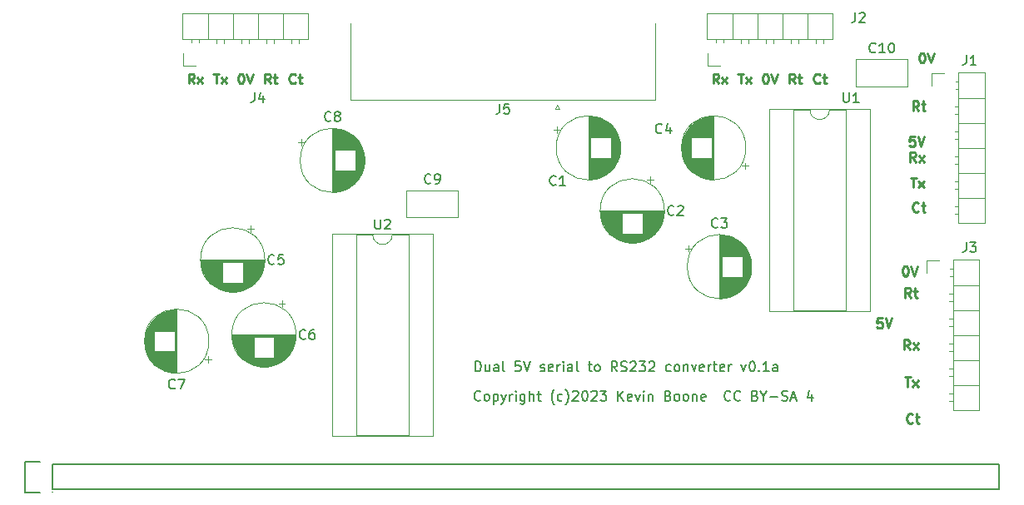
<source format=gto>
%TF.GenerationSoftware,KiCad,Pcbnew,6.0.11-3.fc36*%
%TF.CreationDate,2023-07-24T20:28:09+01:00*%
%TF.ProjectId,max232_conv,6d617832-3332-45f6-936f-6e762e6b6963,0.1a*%
%TF.SameCoordinates,Original*%
%TF.FileFunction,Legend,Top*%
%TF.FilePolarity,Positive*%
%FSLAX46Y46*%
G04 Gerber Fmt 4.6, Leading zero omitted, Abs format (unit mm)*
G04 Created by KiCad (PCBNEW 6.0.11-3.fc36) date 2023-07-24 20:28:09*
%MOMM*%
%LPD*%
G01*
G04 APERTURE LIST*
%ADD10C,0.200000*%
%ADD11C,0.250000*%
%ADD12C,0.150000*%
%ADD13C,0.120000*%
%ADD14C,3.200000*%
%ADD15R,1.727200X2.032000*%
%ADD16O,1.727200X2.032000*%
%ADD17R,1.700000X1.700000*%
%ADD18O,1.700000X1.700000*%
%ADD19R,1.600000X1.600000*%
%ADD20C,1.600000*%
%ADD21C,4.000000*%
%ADD22O,1.600000X1.600000*%
G04 APERTURE END LIST*
D10*
X156895800Y-153131520D02*
X156931360Y-153131520D01*
D11*
X232433809Y-111577380D02*
X232100476Y-111101190D01*
X231862380Y-111577380D02*
X231862380Y-110577380D01*
X232243333Y-110577380D01*
X232338571Y-110625000D01*
X232386190Y-110672619D01*
X232433809Y-110767857D01*
X232433809Y-110910714D01*
X232386190Y-111005952D01*
X232338571Y-111053571D01*
X232243333Y-111101190D01*
X231862380Y-111101190D01*
X232719523Y-110910714D02*
X233100476Y-110910714D01*
X232862380Y-110577380D02*
X232862380Y-111434523D01*
X232910000Y-111529761D01*
X233005238Y-111577380D01*
X233100476Y-111577380D01*
X243609523Y-141452380D02*
X244180952Y-141452380D01*
X243895238Y-142452380D02*
X243895238Y-141452380D01*
X244419047Y-142452380D02*
X244942857Y-141785714D01*
X244419047Y-141785714D02*
X244942857Y-142452380D01*
X244223809Y-133352380D02*
X243890476Y-132876190D01*
X243652380Y-133352380D02*
X243652380Y-132352380D01*
X244033333Y-132352380D01*
X244128571Y-132400000D01*
X244176190Y-132447619D01*
X244223809Y-132542857D01*
X244223809Y-132685714D01*
X244176190Y-132780952D01*
X244128571Y-132828571D01*
X244033333Y-132876190D01*
X243652380Y-132876190D01*
X244509523Y-132685714D02*
X244890476Y-132685714D01*
X244652380Y-132352380D02*
X244652380Y-133209523D01*
X244700000Y-133304761D01*
X244795238Y-133352380D01*
X244890476Y-133352380D01*
X244609523Y-116952380D02*
X244133333Y-116952380D01*
X244085714Y-117428571D01*
X244133333Y-117380952D01*
X244228571Y-117333333D01*
X244466666Y-117333333D01*
X244561904Y-117380952D01*
X244609523Y-117428571D01*
X244657142Y-117523809D01*
X244657142Y-117761904D01*
X244609523Y-117857142D01*
X244561904Y-117904761D01*
X244466666Y-117952380D01*
X244228571Y-117952380D01*
X244133333Y-117904761D01*
X244085714Y-117857142D01*
X244942857Y-116952380D02*
X245276190Y-117952380D01*
X245609523Y-116952380D01*
X173299523Y-110577380D02*
X173870952Y-110577380D01*
X173585238Y-111577380D02*
X173585238Y-110577380D01*
X174109047Y-111577380D02*
X174632857Y-110910714D01*
X174109047Y-110910714D02*
X174632857Y-111577380D01*
X243623809Y-130152380D02*
X243719047Y-130152380D01*
X243814285Y-130200000D01*
X243861904Y-130247619D01*
X243909523Y-130342857D01*
X243957142Y-130533333D01*
X243957142Y-130771428D01*
X243909523Y-130961904D01*
X243861904Y-131057142D01*
X243814285Y-131104761D01*
X243719047Y-131152380D01*
X243623809Y-131152380D01*
X243528571Y-131104761D01*
X243480952Y-131057142D01*
X243433333Y-130961904D01*
X243385714Y-130771428D01*
X243385714Y-130533333D01*
X243433333Y-130342857D01*
X243480952Y-130247619D01*
X243528571Y-130200000D01*
X243623809Y-130152380D01*
X244242857Y-130152380D02*
X244576190Y-131152380D01*
X244909523Y-130152380D01*
X224694761Y-111577380D02*
X224361428Y-111101190D01*
X224123333Y-111577380D02*
X224123333Y-110577380D01*
X224504285Y-110577380D01*
X224599523Y-110625000D01*
X224647142Y-110672619D01*
X224694761Y-110767857D01*
X224694761Y-110910714D01*
X224647142Y-111005952D01*
X224599523Y-111053571D01*
X224504285Y-111101190D01*
X224123333Y-111101190D01*
X225028095Y-111577380D02*
X225551904Y-110910714D01*
X225028095Y-110910714D02*
X225551904Y-111577380D01*
X179093809Y-111577380D02*
X178760476Y-111101190D01*
X178522380Y-111577380D02*
X178522380Y-110577380D01*
X178903333Y-110577380D01*
X178998571Y-110625000D01*
X179046190Y-110672619D01*
X179093809Y-110767857D01*
X179093809Y-110910714D01*
X179046190Y-111005952D01*
X178998571Y-111053571D01*
X178903333Y-111101190D01*
X178522380Y-111101190D01*
X179379523Y-110910714D02*
X179760476Y-110910714D01*
X179522380Y-110577380D02*
X179522380Y-111434523D01*
X179570000Y-111529761D01*
X179665238Y-111577380D01*
X179760476Y-111577380D01*
X245023809Y-114352380D02*
X244690476Y-113876190D01*
X244452380Y-114352380D02*
X244452380Y-113352380D01*
X244833333Y-113352380D01*
X244928571Y-113400000D01*
X244976190Y-113447619D01*
X245023809Y-113542857D01*
X245023809Y-113685714D01*
X244976190Y-113780952D01*
X244928571Y-113828571D01*
X244833333Y-113876190D01*
X244452380Y-113876190D01*
X245309523Y-113685714D02*
X245690476Y-113685714D01*
X245452380Y-113352380D02*
X245452380Y-114209523D01*
X245500000Y-114304761D01*
X245595238Y-114352380D01*
X245690476Y-114352380D01*
X245023809Y-124557142D02*
X244976190Y-124604761D01*
X244833333Y-124652380D01*
X244738095Y-124652380D01*
X244595238Y-124604761D01*
X244500000Y-124509523D01*
X244452380Y-124414285D01*
X244404761Y-124223809D01*
X244404761Y-124080952D01*
X244452380Y-123890476D01*
X244500000Y-123795238D01*
X244595238Y-123700000D01*
X244738095Y-123652380D01*
X244833333Y-123652380D01*
X244976190Y-123700000D01*
X245023809Y-123747619D01*
X245309523Y-123985714D02*
X245690476Y-123985714D01*
X245452380Y-123652380D02*
X245452380Y-124509523D01*
X245500000Y-124604761D01*
X245595238Y-124652380D01*
X245690476Y-124652380D01*
X244209523Y-121152380D02*
X244780952Y-121152380D01*
X244495238Y-122152380D02*
X244495238Y-121152380D01*
X245019047Y-122152380D02*
X245542857Y-121485714D01*
X245019047Y-121485714D02*
X245542857Y-122152380D01*
D12*
X199942857Y-140852380D02*
X199942857Y-139852380D01*
X200180952Y-139852380D01*
X200323809Y-139900000D01*
X200419047Y-139995238D01*
X200466666Y-140090476D01*
X200514285Y-140280952D01*
X200514285Y-140423809D01*
X200466666Y-140614285D01*
X200419047Y-140709523D01*
X200323809Y-140804761D01*
X200180952Y-140852380D01*
X199942857Y-140852380D01*
X201371428Y-140185714D02*
X201371428Y-140852380D01*
X200942857Y-140185714D02*
X200942857Y-140709523D01*
X200990476Y-140804761D01*
X201085714Y-140852380D01*
X201228571Y-140852380D01*
X201323809Y-140804761D01*
X201371428Y-140757142D01*
X202276190Y-140852380D02*
X202276190Y-140328571D01*
X202228571Y-140233333D01*
X202133333Y-140185714D01*
X201942857Y-140185714D01*
X201847619Y-140233333D01*
X202276190Y-140804761D02*
X202180952Y-140852380D01*
X201942857Y-140852380D01*
X201847619Y-140804761D01*
X201800000Y-140709523D01*
X201800000Y-140614285D01*
X201847619Y-140519047D01*
X201942857Y-140471428D01*
X202180952Y-140471428D01*
X202276190Y-140423809D01*
X202895238Y-140852380D02*
X202800000Y-140804761D01*
X202752380Y-140709523D01*
X202752380Y-139852380D01*
X204514285Y-139852380D02*
X204038095Y-139852380D01*
X203990476Y-140328571D01*
X204038095Y-140280952D01*
X204133333Y-140233333D01*
X204371428Y-140233333D01*
X204466666Y-140280952D01*
X204514285Y-140328571D01*
X204561904Y-140423809D01*
X204561904Y-140661904D01*
X204514285Y-140757142D01*
X204466666Y-140804761D01*
X204371428Y-140852380D01*
X204133333Y-140852380D01*
X204038095Y-140804761D01*
X203990476Y-140757142D01*
X204847619Y-139852380D02*
X205180952Y-140852380D01*
X205514285Y-139852380D01*
X206561904Y-140804761D02*
X206657142Y-140852380D01*
X206847619Y-140852380D01*
X206942857Y-140804761D01*
X206990476Y-140709523D01*
X206990476Y-140661904D01*
X206942857Y-140566666D01*
X206847619Y-140519047D01*
X206704761Y-140519047D01*
X206609523Y-140471428D01*
X206561904Y-140376190D01*
X206561904Y-140328571D01*
X206609523Y-140233333D01*
X206704761Y-140185714D01*
X206847619Y-140185714D01*
X206942857Y-140233333D01*
X207800000Y-140804761D02*
X207704761Y-140852380D01*
X207514285Y-140852380D01*
X207419047Y-140804761D01*
X207371428Y-140709523D01*
X207371428Y-140328571D01*
X207419047Y-140233333D01*
X207514285Y-140185714D01*
X207704761Y-140185714D01*
X207800000Y-140233333D01*
X207847619Y-140328571D01*
X207847619Y-140423809D01*
X207371428Y-140519047D01*
X208276190Y-140852380D02*
X208276190Y-140185714D01*
X208276190Y-140376190D02*
X208323809Y-140280952D01*
X208371428Y-140233333D01*
X208466666Y-140185714D01*
X208561904Y-140185714D01*
X208895238Y-140852380D02*
X208895238Y-140185714D01*
X208895238Y-139852380D02*
X208847619Y-139900000D01*
X208895238Y-139947619D01*
X208942857Y-139900000D01*
X208895238Y-139852380D01*
X208895238Y-139947619D01*
X209800000Y-140852380D02*
X209800000Y-140328571D01*
X209752380Y-140233333D01*
X209657142Y-140185714D01*
X209466666Y-140185714D01*
X209371428Y-140233333D01*
X209800000Y-140804761D02*
X209704761Y-140852380D01*
X209466666Y-140852380D01*
X209371428Y-140804761D01*
X209323809Y-140709523D01*
X209323809Y-140614285D01*
X209371428Y-140519047D01*
X209466666Y-140471428D01*
X209704761Y-140471428D01*
X209800000Y-140423809D01*
X210419047Y-140852380D02*
X210323809Y-140804761D01*
X210276190Y-140709523D01*
X210276190Y-139852380D01*
X211419047Y-140185714D02*
X211800000Y-140185714D01*
X211561904Y-139852380D02*
X211561904Y-140709523D01*
X211609523Y-140804761D01*
X211704761Y-140852380D01*
X211800000Y-140852380D01*
X212276190Y-140852380D02*
X212180952Y-140804761D01*
X212133333Y-140757142D01*
X212085714Y-140661904D01*
X212085714Y-140376190D01*
X212133333Y-140280952D01*
X212180952Y-140233333D01*
X212276190Y-140185714D01*
X212419047Y-140185714D01*
X212514285Y-140233333D01*
X212561904Y-140280952D01*
X212609523Y-140376190D01*
X212609523Y-140661904D01*
X212561904Y-140757142D01*
X212514285Y-140804761D01*
X212419047Y-140852380D01*
X212276190Y-140852380D01*
X214371428Y-140852380D02*
X214038095Y-140376190D01*
X213800000Y-140852380D02*
X213800000Y-139852380D01*
X214180952Y-139852380D01*
X214276190Y-139900000D01*
X214323809Y-139947619D01*
X214371428Y-140042857D01*
X214371428Y-140185714D01*
X214323809Y-140280952D01*
X214276190Y-140328571D01*
X214180952Y-140376190D01*
X213800000Y-140376190D01*
X214752380Y-140804761D02*
X214895238Y-140852380D01*
X215133333Y-140852380D01*
X215228571Y-140804761D01*
X215276190Y-140757142D01*
X215323809Y-140661904D01*
X215323809Y-140566666D01*
X215276190Y-140471428D01*
X215228571Y-140423809D01*
X215133333Y-140376190D01*
X214942857Y-140328571D01*
X214847619Y-140280952D01*
X214800000Y-140233333D01*
X214752380Y-140138095D01*
X214752380Y-140042857D01*
X214800000Y-139947619D01*
X214847619Y-139900000D01*
X214942857Y-139852380D01*
X215180952Y-139852380D01*
X215323809Y-139900000D01*
X215704761Y-139947619D02*
X215752380Y-139900000D01*
X215847619Y-139852380D01*
X216085714Y-139852380D01*
X216180952Y-139900000D01*
X216228571Y-139947619D01*
X216276190Y-140042857D01*
X216276190Y-140138095D01*
X216228571Y-140280952D01*
X215657142Y-140852380D01*
X216276190Y-140852380D01*
X216609523Y-139852380D02*
X217228571Y-139852380D01*
X216895238Y-140233333D01*
X217038095Y-140233333D01*
X217133333Y-140280952D01*
X217180952Y-140328571D01*
X217228571Y-140423809D01*
X217228571Y-140661904D01*
X217180952Y-140757142D01*
X217133333Y-140804761D01*
X217038095Y-140852380D01*
X216752380Y-140852380D01*
X216657142Y-140804761D01*
X216609523Y-140757142D01*
X217609523Y-139947619D02*
X217657142Y-139900000D01*
X217752380Y-139852380D01*
X217990476Y-139852380D01*
X218085714Y-139900000D01*
X218133333Y-139947619D01*
X218180952Y-140042857D01*
X218180952Y-140138095D01*
X218133333Y-140280952D01*
X217561904Y-140852380D01*
X218180952Y-140852380D01*
X219800000Y-140804761D02*
X219704761Y-140852380D01*
X219514285Y-140852380D01*
X219419047Y-140804761D01*
X219371428Y-140757142D01*
X219323809Y-140661904D01*
X219323809Y-140376190D01*
X219371428Y-140280952D01*
X219419047Y-140233333D01*
X219514285Y-140185714D01*
X219704761Y-140185714D01*
X219800000Y-140233333D01*
X220371428Y-140852380D02*
X220276190Y-140804761D01*
X220228571Y-140757142D01*
X220180952Y-140661904D01*
X220180952Y-140376190D01*
X220228571Y-140280952D01*
X220276190Y-140233333D01*
X220371428Y-140185714D01*
X220514285Y-140185714D01*
X220609523Y-140233333D01*
X220657142Y-140280952D01*
X220704761Y-140376190D01*
X220704761Y-140661904D01*
X220657142Y-140757142D01*
X220609523Y-140804761D01*
X220514285Y-140852380D01*
X220371428Y-140852380D01*
X221133333Y-140185714D02*
X221133333Y-140852380D01*
X221133333Y-140280952D02*
X221180952Y-140233333D01*
X221276190Y-140185714D01*
X221419047Y-140185714D01*
X221514285Y-140233333D01*
X221561904Y-140328571D01*
X221561904Y-140852380D01*
X221942857Y-140185714D02*
X222180952Y-140852380D01*
X222419047Y-140185714D01*
X223180952Y-140804761D02*
X223085714Y-140852380D01*
X222895238Y-140852380D01*
X222800000Y-140804761D01*
X222752380Y-140709523D01*
X222752380Y-140328571D01*
X222800000Y-140233333D01*
X222895238Y-140185714D01*
X223085714Y-140185714D01*
X223180952Y-140233333D01*
X223228571Y-140328571D01*
X223228571Y-140423809D01*
X222752380Y-140519047D01*
X223657142Y-140852380D02*
X223657142Y-140185714D01*
X223657142Y-140376190D02*
X223704761Y-140280952D01*
X223752380Y-140233333D01*
X223847619Y-140185714D01*
X223942857Y-140185714D01*
X224133333Y-140185714D02*
X224514285Y-140185714D01*
X224276190Y-139852380D02*
X224276190Y-140709523D01*
X224323809Y-140804761D01*
X224419047Y-140852380D01*
X224514285Y-140852380D01*
X225228571Y-140804761D02*
X225133333Y-140852380D01*
X224942857Y-140852380D01*
X224847619Y-140804761D01*
X224800000Y-140709523D01*
X224800000Y-140328571D01*
X224847619Y-140233333D01*
X224942857Y-140185714D01*
X225133333Y-140185714D01*
X225228571Y-140233333D01*
X225276190Y-140328571D01*
X225276190Y-140423809D01*
X224800000Y-140519047D01*
X225704761Y-140852380D02*
X225704761Y-140185714D01*
X225704761Y-140376190D02*
X225752380Y-140280952D01*
X225800000Y-140233333D01*
X225895238Y-140185714D01*
X225990476Y-140185714D01*
X226990476Y-140185714D02*
X227228571Y-140852380D01*
X227466666Y-140185714D01*
X228038095Y-139852380D02*
X228133333Y-139852380D01*
X228228571Y-139900000D01*
X228276190Y-139947619D01*
X228323809Y-140042857D01*
X228371428Y-140233333D01*
X228371428Y-140471428D01*
X228323809Y-140661904D01*
X228276190Y-140757142D01*
X228228571Y-140804761D01*
X228133333Y-140852380D01*
X228038095Y-140852380D01*
X227942857Y-140804761D01*
X227895238Y-140757142D01*
X227847619Y-140661904D01*
X227800000Y-140471428D01*
X227800000Y-140233333D01*
X227847619Y-140042857D01*
X227895238Y-139947619D01*
X227942857Y-139900000D01*
X228038095Y-139852380D01*
X228800000Y-140757142D02*
X228847619Y-140804761D01*
X228800000Y-140852380D01*
X228752380Y-140804761D01*
X228800000Y-140757142D01*
X228800000Y-140852380D01*
X229800000Y-140852380D02*
X229228571Y-140852380D01*
X229514285Y-140852380D02*
X229514285Y-139852380D01*
X229419047Y-139995238D01*
X229323809Y-140090476D01*
X229228571Y-140138095D01*
X230657142Y-140852380D02*
X230657142Y-140328571D01*
X230609523Y-140233333D01*
X230514285Y-140185714D01*
X230323809Y-140185714D01*
X230228571Y-140233333D01*
X230657142Y-140804761D02*
X230561904Y-140852380D01*
X230323809Y-140852380D01*
X230228571Y-140804761D01*
X230180952Y-140709523D01*
X230180952Y-140614285D01*
X230228571Y-140519047D01*
X230323809Y-140471428D01*
X230561904Y-140471428D01*
X230657142Y-140423809D01*
D11*
X229393809Y-110577380D02*
X229489047Y-110577380D01*
X229584285Y-110625000D01*
X229631904Y-110672619D01*
X229679523Y-110767857D01*
X229727142Y-110958333D01*
X229727142Y-111196428D01*
X229679523Y-111386904D01*
X229631904Y-111482142D01*
X229584285Y-111529761D01*
X229489047Y-111577380D01*
X229393809Y-111577380D01*
X229298571Y-111529761D01*
X229250952Y-111482142D01*
X229203333Y-111386904D01*
X229155714Y-111196428D01*
X229155714Y-110958333D01*
X229203333Y-110767857D01*
X229250952Y-110672619D01*
X229298571Y-110625000D01*
X229393809Y-110577380D01*
X230012857Y-110577380D02*
X230346190Y-111577380D01*
X230679523Y-110577380D01*
X176053809Y-110577380D02*
X176149047Y-110577380D01*
X176244285Y-110625000D01*
X176291904Y-110672619D01*
X176339523Y-110767857D01*
X176387142Y-110958333D01*
X176387142Y-111196428D01*
X176339523Y-111386904D01*
X176291904Y-111482142D01*
X176244285Y-111529761D01*
X176149047Y-111577380D01*
X176053809Y-111577380D01*
X175958571Y-111529761D01*
X175910952Y-111482142D01*
X175863333Y-111386904D01*
X175815714Y-111196428D01*
X175815714Y-110958333D01*
X175863333Y-110767857D01*
X175910952Y-110672619D01*
X175958571Y-110625000D01*
X176053809Y-110577380D01*
X176672857Y-110577380D02*
X177006190Y-111577380D01*
X177339523Y-110577380D01*
X234973809Y-111482142D02*
X234926190Y-111529761D01*
X234783333Y-111577380D01*
X234688095Y-111577380D01*
X234545238Y-111529761D01*
X234450000Y-111434523D01*
X234402380Y-111339285D01*
X234354761Y-111148809D01*
X234354761Y-111005952D01*
X234402380Y-110815476D01*
X234450000Y-110720238D01*
X234545238Y-110625000D01*
X234688095Y-110577380D01*
X234783333Y-110577380D01*
X234926190Y-110625000D01*
X234973809Y-110672619D01*
X235259523Y-110910714D02*
X235640476Y-110910714D01*
X235402380Y-110577380D02*
X235402380Y-111434523D01*
X235450000Y-111529761D01*
X235545238Y-111577380D01*
X235640476Y-111577380D01*
X245323809Y-108452380D02*
X245419047Y-108452380D01*
X245514285Y-108500000D01*
X245561904Y-108547619D01*
X245609523Y-108642857D01*
X245657142Y-108833333D01*
X245657142Y-109071428D01*
X245609523Y-109261904D01*
X245561904Y-109357142D01*
X245514285Y-109404761D01*
X245419047Y-109452380D01*
X245323809Y-109452380D01*
X245228571Y-109404761D01*
X245180952Y-109357142D01*
X245133333Y-109261904D01*
X245085714Y-109071428D01*
X245085714Y-108833333D01*
X245133333Y-108642857D01*
X245180952Y-108547619D01*
X245228571Y-108500000D01*
X245323809Y-108452380D01*
X245942857Y-108452380D02*
X246276190Y-109452380D01*
X246609523Y-108452380D01*
X244104761Y-138652380D02*
X243771428Y-138176190D01*
X243533333Y-138652380D02*
X243533333Y-137652380D01*
X243914285Y-137652380D01*
X244009523Y-137700000D01*
X244057142Y-137747619D01*
X244104761Y-137842857D01*
X244104761Y-137985714D01*
X244057142Y-138080952D01*
X244009523Y-138128571D01*
X243914285Y-138176190D01*
X243533333Y-138176190D01*
X244438095Y-138652380D02*
X244961904Y-137985714D01*
X244438095Y-137985714D02*
X244961904Y-138652380D01*
X171354761Y-111577380D02*
X171021428Y-111101190D01*
X170783333Y-111577380D02*
X170783333Y-110577380D01*
X171164285Y-110577380D01*
X171259523Y-110625000D01*
X171307142Y-110672619D01*
X171354761Y-110767857D01*
X171354761Y-110910714D01*
X171307142Y-111005952D01*
X171259523Y-111053571D01*
X171164285Y-111101190D01*
X170783333Y-111101190D01*
X171688095Y-111577380D02*
X172211904Y-110910714D01*
X171688095Y-110910714D02*
X172211904Y-111577380D01*
X244423809Y-146057142D02*
X244376190Y-146104761D01*
X244233333Y-146152380D01*
X244138095Y-146152380D01*
X243995238Y-146104761D01*
X243900000Y-146009523D01*
X243852380Y-145914285D01*
X243804761Y-145723809D01*
X243804761Y-145580952D01*
X243852380Y-145390476D01*
X243900000Y-145295238D01*
X243995238Y-145200000D01*
X244138095Y-145152380D01*
X244233333Y-145152380D01*
X244376190Y-145200000D01*
X244423809Y-145247619D01*
X244709523Y-145485714D02*
X245090476Y-145485714D01*
X244852380Y-145152380D02*
X244852380Y-146009523D01*
X244900000Y-146104761D01*
X244995238Y-146152380D01*
X245090476Y-146152380D01*
X181633809Y-111482142D02*
X181586190Y-111529761D01*
X181443333Y-111577380D01*
X181348095Y-111577380D01*
X181205238Y-111529761D01*
X181110000Y-111434523D01*
X181062380Y-111339285D01*
X181014761Y-111148809D01*
X181014761Y-111005952D01*
X181062380Y-110815476D01*
X181110000Y-110720238D01*
X181205238Y-110625000D01*
X181348095Y-110577380D01*
X181443333Y-110577380D01*
X181586190Y-110625000D01*
X181633809Y-110672619D01*
X181919523Y-110910714D02*
X182300476Y-110910714D01*
X182062380Y-110577380D02*
X182062380Y-111434523D01*
X182110000Y-111529761D01*
X182205238Y-111577380D01*
X182300476Y-111577380D01*
X241309523Y-135452380D02*
X240833333Y-135452380D01*
X240785714Y-135928571D01*
X240833333Y-135880952D01*
X240928571Y-135833333D01*
X241166666Y-135833333D01*
X241261904Y-135880952D01*
X241309523Y-135928571D01*
X241357142Y-136023809D01*
X241357142Y-136261904D01*
X241309523Y-136357142D01*
X241261904Y-136404761D01*
X241166666Y-136452380D01*
X240928571Y-136452380D01*
X240833333Y-136404761D01*
X240785714Y-136357142D01*
X241642857Y-135452380D02*
X241976190Y-136452380D01*
X242309523Y-135452380D01*
X244704761Y-119552380D02*
X244371428Y-119076190D01*
X244133333Y-119552380D02*
X244133333Y-118552380D01*
X244514285Y-118552380D01*
X244609523Y-118600000D01*
X244657142Y-118647619D01*
X244704761Y-118742857D01*
X244704761Y-118885714D01*
X244657142Y-118980952D01*
X244609523Y-119028571D01*
X244514285Y-119076190D01*
X244133333Y-119076190D01*
X245038095Y-119552380D02*
X245561904Y-118885714D01*
X245038095Y-118885714D02*
X245561904Y-119552380D01*
X226639523Y-110577380D02*
X227210952Y-110577380D01*
X226925238Y-111577380D02*
X226925238Y-110577380D01*
X227449047Y-111577380D02*
X227972857Y-110910714D01*
X227449047Y-110910714D02*
X227972857Y-111577380D01*
D12*
X200454761Y-143757142D02*
X200407142Y-143804761D01*
X200264285Y-143852380D01*
X200169047Y-143852380D01*
X200026190Y-143804761D01*
X199930952Y-143709523D01*
X199883333Y-143614285D01*
X199835714Y-143423809D01*
X199835714Y-143280952D01*
X199883333Y-143090476D01*
X199930952Y-142995238D01*
X200026190Y-142900000D01*
X200169047Y-142852380D01*
X200264285Y-142852380D01*
X200407142Y-142900000D01*
X200454761Y-142947619D01*
X201026190Y-143852380D02*
X200930952Y-143804761D01*
X200883333Y-143757142D01*
X200835714Y-143661904D01*
X200835714Y-143376190D01*
X200883333Y-143280952D01*
X200930952Y-143233333D01*
X201026190Y-143185714D01*
X201169047Y-143185714D01*
X201264285Y-143233333D01*
X201311904Y-143280952D01*
X201359523Y-143376190D01*
X201359523Y-143661904D01*
X201311904Y-143757142D01*
X201264285Y-143804761D01*
X201169047Y-143852380D01*
X201026190Y-143852380D01*
X201788095Y-143185714D02*
X201788095Y-144185714D01*
X201788095Y-143233333D02*
X201883333Y-143185714D01*
X202073809Y-143185714D01*
X202169047Y-143233333D01*
X202216666Y-143280952D01*
X202264285Y-143376190D01*
X202264285Y-143661904D01*
X202216666Y-143757142D01*
X202169047Y-143804761D01*
X202073809Y-143852380D01*
X201883333Y-143852380D01*
X201788095Y-143804761D01*
X202597619Y-143185714D02*
X202835714Y-143852380D01*
X203073809Y-143185714D02*
X202835714Y-143852380D01*
X202740476Y-144090476D01*
X202692857Y-144138095D01*
X202597619Y-144185714D01*
X203454761Y-143852380D02*
X203454761Y-143185714D01*
X203454761Y-143376190D02*
X203502380Y-143280952D01*
X203550000Y-143233333D01*
X203645238Y-143185714D01*
X203740476Y-143185714D01*
X204073809Y-143852380D02*
X204073809Y-143185714D01*
X204073809Y-142852380D02*
X204026190Y-142900000D01*
X204073809Y-142947619D01*
X204121428Y-142900000D01*
X204073809Y-142852380D01*
X204073809Y-142947619D01*
X204978571Y-143185714D02*
X204978571Y-143995238D01*
X204930952Y-144090476D01*
X204883333Y-144138095D01*
X204788095Y-144185714D01*
X204645238Y-144185714D01*
X204550000Y-144138095D01*
X204978571Y-143804761D02*
X204883333Y-143852380D01*
X204692857Y-143852380D01*
X204597619Y-143804761D01*
X204550000Y-143757142D01*
X204502380Y-143661904D01*
X204502380Y-143376190D01*
X204550000Y-143280952D01*
X204597619Y-143233333D01*
X204692857Y-143185714D01*
X204883333Y-143185714D01*
X204978571Y-143233333D01*
X205454761Y-143852380D02*
X205454761Y-142852380D01*
X205883333Y-143852380D02*
X205883333Y-143328571D01*
X205835714Y-143233333D01*
X205740476Y-143185714D01*
X205597619Y-143185714D01*
X205502380Y-143233333D01*
X205454761Y-143280952D01*
X206216666Y-143185714D02*
X206597619Y-143185714D01*
X206359523Y-142852380D02*
X206359523Y-143709523D01*
X206407142Y-143804761D01*
X206502380Y-143852380D01*
X206597619Y-143852380D01*
X207978571Y-144233333D02*
X207930952Y-144185714D01*
X207835714Y-144042857D01*
X207788095Y-143947619D01*
X207740476Y-143804761D01*
X207692857Y-143566666D01*
X207692857Y-143376190D01*
X207740476Y-143138095D01*
X207788095Y-142995238D01*
X207835714Y-142900000D01*
X207930952Y-142757142D01*
X207978571Y-142709523D01*
X208788095Y-143804761D02*
X208692857Y-143852380D01*
X208502380Y-143852380D01*
X208407142Y-143804761D01*
X208359523Y-143757142D01*
X208311904Y-143661904D01*
X208311904Y-143376190D01*
X208359523Y-143280952D01*
X208407142Y-143233333D01*
X208502380Y-143185714D01*
X208692857Y-143185714D01*
X208788095Y-143233333D01*
X209121428Y-144233333D02*
X209169047Y-144185714D01*
X209264285Y-144042857D01*
X209311904Y-143947619D01*
X209359523Y-143804761D01*
X209407142Y-143566666D01*
X209407142Y-143376190D01*
X209359523Y-143138095D01*
X209311904Y-142995238D01*
X209264285Y-142900000D01*
X209169047Y-142757142D01*
X209121428Y-142709523D01*
X209835714Y-142947619D02*
X209883333Y-142900000D01*
X209978571Y-142852380D01*
X210216666Y-142852380D01*
X210311904Y-142900000D01*
X210359523Y-142947619D01*
X210407142Y-143042857D01*
X210407142Y-143138095D01*
X210359523Y-143280952D01*
X209788095Y-143852380D01*
X210407142Y-143852380D01*
X211026190Y-142852380D02*
X211121428Y-142852380D01*
X211216666Y-142900000D01*
X211264285Y-142947619D01*
X211311904Y-143042857D01*
X211359523Y-143233333D01*
X211359523Y-143471428D01*
X211311904Y-143661904D01*
X211264285Y-143757142D01*
X211216666Y-143804761D01*
X211121428Y-143852380D01*
X211026190Y-143852380D01*
X210930952Y-143804761D01*
X210883333Y-143757142D01*
X210835714Y-143661904D01*
X210788095Y-143471428D01*
X210788095Y-143233333D01*
X210835714Y-143042857D01*
X210883333Y-142947619D01*
X210930952Y-142900000D01*
X211026190Y-142852380D01*
X211740476Y-142947619D02*
X211788095Y-142900000D01*
X211883333Y-142852380D01*
X212121428Y-142852380D01*
X212216666Y-142900000D01*
X212264285Y-142947619D01*
X212311904Y-143042857D01*
X212311904Y-143138095D01*
X212264285Y-143280952D01*
X211692857Y-143852380D01*
X212311904Y-143852380D01*
X212645238Y-142852380D02*
X213264285Y-142852380D01*
X212930952Y-143233333D01*
X213073809Y-143233333D01*
X213169047Y-143280952D01*
X213216666Y-143328571D01*
X213264285Y-143423809D01*
X213264285Y-143661904D01*
X213216666Y-143757142D01*
X213169047Y-143804761D01*
X213073809Y-143852380D01*
X212788095Y-143852380D01*
X212692857Y-143804761D01*
X212645238Y-143757142D01*
X214454761Y-143852380D02*
X214454761Y-142852380D01*
X215026190Y-143852380D02*
X214597619Y-143280952D01*
X215026190Y-142852380D02*
X214454761Y-143423809D01*
X215835714Y-143804761D02*
X215740476Y-143852380D01*
X215550000Y-143852380D01*
X215454761Y-143804761D01*
X215407142Y-143709523D01*
X215407142Y-143328571D01*
X215454761Y-143233333D01*
X215550000Y-143185714D01*
X215740476Y-143185714D01*
X215835714Y-143233333D01*
X215883333Y-143328571D01*
X215883333Y-143423809D01*
X215407142Y-143519047D01*
X216216666Y-143185714D02*
X216454761Y-143852380D01*
X216692857Y-143185714D01*
X217073809Y-143852380D02*
X217073809Y-143185714D01*
X217073809Y-142852380D02*
X217026190Y-142900000D01*
X217073809Y-142947619D01*
X217121428Y-142900000D01*
X217073809Y-142852380D01*
X217073809Y-142947619D01*
X217550000Y-143185714D02*
X217550000Y-143852380D01*
X217550000Y-143280952D02*
X217597619Y-143233333D01*
X217692857Y-143185714D01*
X217835714Y-143185714D01*
X217930952Y-143233333D01*
X217978571Y-143328571D01*
X217978571Y-143852380D01*
X219550000Y-143328571D02*
X219692857Y-143376190D01*
X219740476Y-143423809D01*
X219788095Y-143519047D01*
X219788095Y-143661904D01*
X219740476Y-143757142D01*
X219692857Y-143804761D01*
X219597619Y-143852380D01*
X219216666Y-143852380D01*
X219216666Y-142852380D01*
X219550000Y-142852380D01*
X219645238Y-142900000D01*
X219692857Y-142947619D01*
X219740476Y-143042857D01*
X219740476Y-143138095D01*
X219692857Y-143233333D01*
X219645238Y-143280952D01*
X219550000Y-143328571D01*
X219216666Y-143328571D01*
X220359523Y-143852380D02*
X220264285Y-143804761D01*
X220216666Y-143757142D01*
X220169047Y-143661904D01*
X220169047Y-143376190D01*
X220216666Y-143280952D01*
X220264285Y-143233333D01*
X220359523Y-143185714D01*
X220502380Y-143185714D01*
X220597619Y-143233333D01*
X220645238Y-143280952D01*
X220692857Y-143376190D01*
X220692857Y-143661904D01*
X220645238Y-143757142D01*
X220597619Y-143804761D01*
X220502380Y-143852380D01*
X220359523Y-143852380D01*
X221264285Y-143852380D02*
X221169047Y-143804761D01*
X221121428Y-143757142D01*
X221073809Y-143661904D01*
X221073809Y-143376190D01*
X221121428Y-143280952D01*
X221169047Y-143233333D01*
X221264285Y-143185714D01*
X221407142Y-143185714D01*
X221502380Y-143233333D01*
X221550000Y-143280952D01*
X221597619Y-143376190D01*
X221597619Y-143661904D01*
X221550000Y-143757142D01*
X221502380Y-143804761D01*
X221407142Y-143852380D01*
X221264285Y-143852380D01*
X222026190Y-143185714D02*
X222026190Y-143852380D01*
X222026190Y-143280952D02*
X222073809Y-143233333D01*
X222169047Y-143185714D01*
X222311904Y-143185714D01*
X222407142Y-143233333D01*
X222454761Y-143328571D01*
X222454761Y-143852380D01*
X223311904Y-143804761D02*
X223216666Y-143852380D01*
X223026190Y-143852380D01*
X222930952Y-143804761D01*
X222883333Y-143709523D01*
X222883333Y-143328571D01*
X222930952Y-143233333D01*
X223026190Y-143185714D01*
X223216666Y-143185714D01*
X223311904Y-143233333D01*
X223359523Y-143328571D01*
X223359523Y-143423809D01*
X222883333Y-143519047D01*
X225883333Y-143757142D02*
X225835714Y-143804761D01*
X225692857Y-143852380D01*
X225597619Y-143852380D01*
X225454761Y-143804761D01*
X225359523Y-143709523D01*
X225311904Y-143614285D01*
X225264285Y-143423809D01*
X225264285Y-143280952D01*
X225311904Y-143090476D01*
X225359523Y-142995238D01*
X225454761Y-142900000D01*
X225597619Y-142852380D01*
X225692857Y-142852380D01*
X225835714Y-142900000D01*
X225883333Y-142947619D01*
X226883333Y-143757142D02*
X226835714Y-143804761D01*
X226692857Y-143852380D01*
X226597619Y-143852380D01*
X226454761Y-143804761D01*
X226359523Y-143709523D01*
X226311904Y-143614285D01*
X226264285Y-143423809D01*
X226264285Y-143280952D01*
X226311904Y-143090476D01*
X226359523Y-142995238D01*
X226454761Y-142900000D01*
X226597619Y-142852380D01*
X226692857Y-142852380D01*
X226835714Y-142900000D01*
X226883333Y-142947619D01*
X228407142Y-143328571D02*
X228549999Y-143376190D01*
X228597619Y-143423809D01*
X228645238Y-143519047D01*
X228645238Y-143661904D01*
X228597619Y-143757142D01*
X228549999Y-143804761D01*
X228454761Y-143852380D01*
X228073809Y-143852380D01*
X228073809Y-142852380D01*
X228407142Y-142852380D01*
X228502380Y-142900000D01*
X228549999Y-142947619D01*
X228597619Y-143042857D01*
X228597619Y-143138095D01*
X228549999Y-143233333D01*
X228502380Y-143280952D01*
X228407142Y-143328571D01*
X228073809Y-143328571D01*
X229264285Y-143376190D02*
X229264285Y-143852380D01*
X228930952Y-142852380D02*
X229264285Y-143376190D01*
X229597619Y-142852380D01*
X229930952Y-143471428D02*
X230692857Y-143471428D01*
X231121428Y-143804761D02*
X231264285Y-143852380D01*
X231502380Y-143852380D01*
X231597619Y-143804761D01*
X231645238Y-143757142D01*
X231692857Y-143661904D01*
X231692857Y-143566666D01*
X231645238Y-143471428D01*
X231597619Y-143423809D01*
X231502380Y-143376190D01*
X231311904Y-143328571D01*
X231216666Y-143280952D01*
X231169047Y-143233333D01*
X231121428Y-143138095D01*
X231121428Y-143042857D01*
X231169047Y-142947619D01*
X231216666Y-142900000D01*
X231311904Y-142852380D01*
X231549999Y-142852380D01*
X231692857Y-142900000D01*
X232073809Y-143566666D02*
X232549999Y-143566666D01*
X231978571Y-143852380D02*
X232311904Y-142852380D01*
X232645238Y-143852380D01*
X234169047Y-143185714D02*
X234169047Y-143852380D01*
X233930952Y-142804761D02*
X233692857Y-143519047D01*
X234311904Y-143519047D01*
%TO.C,J2*%
X238566666Y-104352380D02*
X238566666Y-105066666D01*
X238519047Y-105209523D01*
X238423809Y-105304761D01*
X238280952Y-105352380D01*
X238185714Y-105352380D01*
X238995238Y-104447619D02*
X239042857Y-104400000D01*
X239138095Y-104352380D01*
X239376190Y-104352380D01*
X239471428Y-104400000D01*
X239519047Y-104447619D01*
X239566666Y-104542857D01*
X239566666Y-104638095D01*
X239519047Y-104780952D01*
X238947619Y-105352380D01*
X239566666Y-105352380D01*
%TO.C,C4*%
X218908333Y-116562142D02*
X218860714Y-116609761D01*
X218717857Y-116657380D01*
X218622619Y-116657380D01*
X218479761Y-116609761D01*
X218384523Y-116514523D01*
X218336904Y-116419285D01*
X218289285Y-116228809D01*
X218289285Y-116085952D01*
X218336904Y-115895476D01*
X218384523Y-115800238D01*
X218479761Y-115705000D01*
X218622619Y-115657380D01*
X218717857Y-115657380D01*
X218860714Y-115705000D01*
X218908333Y-115752619D01*
X219765476Y-115990714D02*
X219765476Y-116657380D01*
X219527380Y-115609761D02*
X219289285Y-116324047D01*
X219908333Y-116324047D01*
%TO.C,C10*%
X240637142Y-108347142D02*
X240589523Y-108394761D01*
X240446666Y-108442380D01*
X240351428Y-108442380D01*
X240208571Y-108394761D01*
X240113333Y-108299523D01*
X240065714Y-108204285D01*
X240018095Y-108013809D01*
X240018095Y-107870952D01*
X240065714Y-107680476D01*
X240113333Y-107585238D01*
X240208571Y-107490000D01*
X240351428Y-107442380D01*
X240446666Y-107442380D01*
X240589523Y-107490000D01*
X240637142Y-107537619D01*
X241589523Y-108442380D02*
X241018095Y-108442380D01*
X241303809Y-108442380D02*
X241303809Y-107442380D01*
X241208571Y-107585238D01*
X241113333Y-107680476D01*
X241018095Y-107728095D01*
X242208571Y-107442380D02*
X242303809Y-107442380D01*
X242399047Y-107490000D01*
X242446666Y-107537619D01*
X242494285Y-107632857D01*
X242541904Y-107823333D01*
X242541904Y-108061428D01*
X242494285Y-108251904D01*
X242446666Y-108347142D01*
X242399047Y-108394761D01*
X242303809Y-108442380D01*
X242208571Y-108442380D01*
X242113333Y-108394761D01*
X242065714Y-108347142D01*
X242018095Y-108251904D01*
X241970476Y-108061428D01*
X241970476Y-107823333D01*
X242018095Y-107632857D01*
X242065714Y-107537619D01*
X242113333Y-107490000D01*
X242208571Y-107442380D01*
%TO.C,C7*%
X169398333Y-142552142D02*
X169350714Y-142599761D01*
X169207857Y-142647380D01*
X169112619Y-142647380D01*
X168969761Y-142599761D01*
X168874523Y-142504523D01*
X168826904Y-142409285D01*
X168779285Y-142218809D01*
X168779285Y-142075952D01*
X168826904Y-141885476D01*
X168874523Y-141790238D01*
X168969761Y-141695000D01*
X169112619Y-141647380D01*
X169207857Y-141647380D01*
X169350714Y-141695000D01*
X169398333Y-141742619D01*
X169731666Y-141647380D02*
X170398333Y-141647380D01*
X169969761Y-142647380D01*
%TO.C,C6*%
X182668333Y-137497142D02*
X182620714Y-137544761D01*
X182477857Y-137592380D01*
X182382619Y-137592380D01*
X182239761Y-137544761D01*
X182144523Y-137449523D01*
X182096904Y-137354285D01*
X182049285Y-137163809D01*
X182049285Y-137020952D01*
X182096904Y-136830476D01*
X182144523Y-136735238D01*
X182239761Y-136640000D01*
X182382619Y-136592380D01*
X182477857Y-136592380D01*
X182620714Y-136640000D01*
X182668333Y-136687619D01*
X183525476Y-136592380D02*
X183335000Y-136592380D01*
X183239761Y-136640000D01*
X183192142Y-136687619D01*
X183096904Y-136830476D01*
X183049285Y-137020952D01*
X183049285Y-137401904D01*
X183096904Y-137497142D01*
X183144523Y-137544761D01*
X183239761Y-137592380D01*
X183430238Y-137592380D01*
X183525476Y-137544761D01*
X183573095Y-137497142D01*
X183620714Y-137401904D01*
X183620714Y-137163809D01*
X183573095Y-137068571D01*
X183525476Y-137020952D01*
X183430238Y-136973333D01*
X183239761Y-136973333D01*
X183144523Y-137020952D01*
X183096904Y-137068571D01*
X183049285Y-137163809D01*
%TO.C,J5*%
X202406666Y-113642380D02*
X202406666Y-114356666D01*
X202359047Y-114499523D01*
X202263809Y-114594761D01*
X202120952Y-114642380D01*
X202025714Y-114642380D01*
X203359047Y-113642380D02*
X202882857Y-113642380D01*
X202835238Y-114118571D01*
X202882857Y-114070952D01*
X202978095Y-114023333D01*
X203216190Y-114023333D01*
X203311428Y-114070952D01*
X203359047Y-114118571D01*
X203406666Y-114213809D01*
X203406666Y-114451904D01*
X203359047Y-114547142D01*
X203311428Y-114594761D01*
X203216190Y-114642380D01*
X202978095Y-114642380D01*
X202882857Y-114594761D01*
X202835238Y-114547142D01*
%TO.C,U1*%
X237363095Y-112482380D02*
X237363095Y-113291904D01*
X237410714Y-113387142D01*
X237458333Y-113434761D01*
X237553571Y-113482380D01*
X237744047Y-113482380D01*
X237839285Y-113434761D01*
X237886904Y-113387142D01*
X237934523Y-113291904D01*
X237934523Y-112482380D01*
X238934523Y-113482380D02*
X238363095Y-113482380D01*
X238648809Y-113482380D02*
X238648809Y-112482380D01*
X238553571Y-112625238D01*
X238458333Y-112720476D01*
X238363095Y-112768095D01*
%TO.C,J4*%
X177466666Y-112482380D02*
X177466666Y-113196666D01*
X177419047Y-113339523D01*
X177323809Y-113434761D01*
X177180952Y-113482380D01*
X177085714Y-113482380D01*
X178371428Y-112815714D02*
X178371428Y-113482380D01*
X178133333Y-112434761D02*
X177895238Y-113149047D01*
X178514285Y-113149047D01*
%TO.C,U2*%
X189738095Y-125392380D02*
X189738095Y-126201904D01*
X189785714Y-126297142D01*
X189833333Y-126344761D01*
X189928571Y-126392380D01*
X190119047Y-126392380D01*
X190214285Y-126344761D01*
X190261904Y-126297142D01*
X190309523Y-126201904D01*
X190309523Y-125392380D01*
X190738095Y-125487619D02*
X190785714Y-125440000D01*
X190880952Y-125392380D01*
X191119047Y-125392380D01*
X191214285Y-125440000D01*
X191261904Y-125487619D01*
X191309523Y-125582857D01*
X191309523Y-125678095D01*
X191261904Y-125820952D01*
X190690476Y-126392380D01*
X191309523Y-126392380D01*
%TO.C,C2*%
X220133333Y-124884763D02*
X220085714Y-124932382D01*
X219942857Y-124980001D01*
X219847619Y-124980001D01*
X219704761Y-124932382D01*
X219609523Y-124837144D01*
X219561904Y-124741906D01*
X219514285Y-124551430D01*
X219514285Y-124408573D01*
X219561904Y-124218097D01*
X219609523Y-124122859D01*
X219704761Y-124027621D01*
X219847619Y-123980001D01*
X219942857Y-123980001D01*
X220085714Y-124027621D01*
X220133333Y-124075240D01*
X220514285Y-124075240D02*
X220561904Y-124027621D01*
X220657142Y-123980001D01*
X220895238Y-123980001D01*
X220990476Y-124027621D01*
X221038095Y-124075240D01*
X221085714Y-124170478D01*
X221085714Y-124265716D01*
X221038095Y-124408573D01*
X220466666Y-124980001D01*
X221085714Y-124980001D01*
%TO.C,J3*%
X249856666Y-127722380D02*
X249856666Y-128436666D01*
X249809047Y-128579523D01*
X249713809Y-128674761D01*
X249570952Y-128722380D01*
X249475714Y-128722380D01*
X250237619Y-127722380D02*
X250856666Y-127722380D01*
X250523333Y-128103333D01*
X250666190Y-128103333D01*
X250761428Y-128150952D01*
X250809047Y-128198571D01*
X250856666Y-128293809D01*
X250856666Y-128531904D01*
X250809047Y-128627142D01*
X250761428Y-128674761D01*
X250666190Y-128722380D01*
X250380476Y-128722380D01*
X250285238Y-128674761D01*
X250237619Y-128627142D01*
%TO.C,C8*%
X185233333Y-115337142D02*
X185185714Y-115384761D01*
X185042857Y-115432380D01*
X184947619Y-115432380D01*
X184804761Y-115384761D01*
X184709523Y-115289523D01*
X184661904Y-115194285D01*
X184614285Y-115003809D01*
X184614285Y-114860952D01*
X184661904Y-114670476D01*
X184709523Y-114575238D01*
X184804761Y-114480000D01*
X184947619Y-114432380D01*
X185042857Y-114432380D01*
X185185714Y-114480000D01*
X185233333Y-114527619D01*
X185804761Y-114860952D02*
X185709523Y-114813333D01*
X185661904Y-114765714D01*
X185614285Y-114670476D01*
X185614285Y-114622857D01*
X185661904Y-114527619D01*
X185709523Y-114480000D01*
X185804761Y-114432380D01*
X185995238Y-114432380D01*
X186090476Y-114480000D01*
X186138095Y-114527619D01*
X186185714Y-114622857D01*
X186185714Y-114670476D01*
X186138095Y-114765714D01*
X186090476Y-114813333D01*
X185995238Y-114860952D01*
X185804761Y-114860952D01*
X185709523Y-114908571D01*
X185661904Y-114956190D01*
X185614285Y-115051428D01*
X185614285Y-115241904D01*
X185661904Y-115337142D01*
X185709523Y-115384761D01*
X185804761Y-115432380D01*
X185995238Y-115432380D01*
X186090476Y-115384761D01*
X186138095Y-115337142D01*
X186185714Y-115241904D01*
X186185714Y-115051428D01*
X186138095Y-114956190D01*
X186090476Y-114908571D01*
X185995238Y-114860952D01*
%TO.C,C1*%
X208133333Y-121857142D02*
X208085714Y-121904761D01*
X207942857Y-121952380D01*
X207847619Y-121952380D01*
X207704761Y-121904761D01*
X207609523Y-121809523D01*
X207561904Y-121714285D01*
X207514285Y-121523809D01*
X207514285Y-121380952D01*
X207561904Y-121190476D01*
X207609523Y-121095238D01*
X207704761Y-121000000D01*
X207847619Y-120952380D01*
X207942857Y-120952380D01*
X208085714Y-121000000D01*
X208133333Y-121047619D01*
X209085714Y-121952380D02*
X208514285Y-121952380D01*
X208800000Y-121952380D02*
X208800000Y-120952380D01*
X208704761Y-121095238D01*
X208609523Y-121190476D01*
X208514285Y-121238095D01*
%TO.C,J1*%
X249856666Y-108672380D02*
X249856666Y-109386666D01*
X249809047Y-109529523D01*
X249713809Y-109624761D01*
X249570952Y-109672380D01*
X249475714Y-109672380D01*
X250856666Y-109672380D02*
X250285238Y-109672380D01*
X250570952Y-109672380D02*
X250570952Y-108672380D01*
X250475714Y-108815238D01*
X250380476Y-108910476D01*
X250285238Y-108958095D01*
%TO.C,C5*%
X179493333Y-129877142D02*
X179445714Y-129924761D01*
X179302857Y-129972380D01*
X179207619Y-129972380D01*
X179064761Y-129924761D01*
X178969523Y-129829523D01*
X178921904Y-129734285D01*
X178874285Y-129543809D01*
X178874285Y-129400952D01*
X178921904Y-129210476D01*
X178969523Y-129115238D01*
X179064761Y-129020000D01*
X179207619Y-128972380D01*
X179302857Y-128972380D01*
X179445714Y-129020000D01*
X179493333Y-129067619D01*
X180398095Y-128972380D02*
X179921904Y-128972380D01*
X179874285Y-129448571D01*
X179921904Y-129400952D01*
X180017142Y-129353333D01*
X180255238Y-129353333D01*
X180350476Y-129400952D01*
X180398095Y-129448571D01*
X180445714Y-129543809D01*
X180445714Y-129781904D01*
X180398095Y-129877142D01*
X180350476Y-129924761D01*
X180255238Y-129972380D01*
X180017142Y-129972380D01*
X179921904Y-129924761D01*
X179874285Y-129877142D01*
%TO.C,C9*%
X195393333Y-121682142D02*
X195345714Y-121729761D01*
X195202857Y-121777380D01*
X195107619Y-121777380D01*
X194964761Y-121729761D01*
X194869523Y-121634523D01*
X194821904Y-121539285D01*
X194774285Y-121348809D01*
X194774285Y-121205952D01*
X194821904Y-121015476D01*
X194869523Y-120920238D01*
X194964761Y-120825000D01*
X195107619Y-120777380D01*
X195202857Y-120777380D01*
X195345714Y-120825000D01*
X195393333Y-120872619D01*
X195869523Y-121777380D02*
X196060000Y-121777380D01*
X196155238Y-121729761D01*
X196202857Y-121682142D01*
X196298095Y-121539285D01*
X196345714Y-121348809D01*
X196345714Y-120967857D01*
X196298095Y-120872619D01*
X196250476Y-120825000D01*
X196155238Y-120777380D01*
X195964761Y-120777380D01*
X195869523Y-120825000D01*
X195821904Y-120872619D01*
X195774285Y-120967857D01*
X195774285Y-121205952D01*
X195821904Y-121301190D01*
X195869523Y-121348809D01*
X195964761Y-121396428D01*
X196155238Y-121396428D01*
X196250476Y-121348809D01*
X196298095Y-121301190D01*
X196345714Y-121205952D01*
%TO.C,C3*%
X224600954Y-126157142D02*
X224553335Y-126204761D01*
X224410478Y-126252380D01*
X224315240Y-126252380D01*
X224172382Y-126204761D01*
X224077144Y-126109523D01*
X224029525Y-126014285D01*
X223981906Y-125823809D01*
X223981906Y-125680952D01*
X224029525Y-125490476D01*
X224077144Y-125395238D01*
X224172382Y-125300000D01*
X224315240Y-125252380D01*
X224410478Y-125252380D01*
X224553335Y-125300000D01*
X224600954Y-125347619D01*
X224934287Y-125252380D02*
X225553335Y-125252380D01*
X225220001Y-125633333D01*
X225362859Y-125633333D01*
X225458097Y-125680952D01*
X225505716Y-125728571D01*
X225553335Y-125823809D01*
X225553335Y-126061904D01*
X225505716Y-126157142D01*
X225458097Y-126204761D01*
X225362859Y-126252380D01*
X225077144Y-126252380D01*
X224981906Y-126204761D01*
X224934287Y-126157142D01*
%TO.C,*%
X156972000Y-150342600D02*
X156972000Y-152882600D01*
X155702000Y-153162600D02*
X154152000Y-153162600D01*
X156972000Y-152882600D02*
X253161800Y-152882600D01*
X154152000Y-153162600D02*
X154152000Y-150062600D01*
X253161800Y-150342600D02*
X156972000Y-150342600D01*
X154152000Y-150062600D02*
X155702000Y-150062600D01*
X253161800Y-152882600D02*
X253161800Y-150342600D01*
D13*
%TO.C,J2*%
X224795000Y-109785000D02*
X223525000Y-109785000D01*
X236285000Y-107075000D02*
X236285000Y-104415000D01*
X230255000Y-107472071D02*
X230255000Y-107075000D01*
X235335000Y-107472071D02*
X235335000Y-107075000D01*
X227715000Y-107472071D02*
X227715000Y-107075000D01*
X223525000Y-109785000D02*
X223525000Y-108515000D01*
X224415000Y-107405000D02*
X224415000Y-107075000D01*
X225175000Y-107405000D02*
X225175000Y-107075000D01*
X226955000Y-107472071D02*
X226955000Y-107075000D01*
X223465000Y-104415000D02*
X223465000Y-107075000D01*
X233685000Y-107075000D02*
X233685000Y-104415000D01*
X232795000Y-107472071D02*
X232795000Y-107075000D01*
X231145000Y-107075000D02*
X231145000Y-104415000D01*
X236285000Y-104415000D02*
X223465000Y-104415000D01*
X226065000Y-107075000D02*
X226065000Y-104415000D01*
X232035000Y-107472071D02*
X232035000Y-107075000D01*
X229495000Y-107472071D02*
X229495000Y-107075000D01*
X223465000Y-107075000D02*
X236285000Y-107075000D01*
X234575000Y-107472071D02*
X234575000Y-107075000D01*
X228605000Y-107075000D02*
X228605000Y-104415000D01*
%TO.C,C4*%
X222814000Y-121044000D02*
X222814000Y-119150000D01*
X221974000Y-117070000D02*
X221974000Y-115730000D01*
X224135000Y-121340000D02*
X224135000Y-114880000D01*
X221334000Y-119691000D02*
X221334000Y-116529000D01*
X223014000Y-121128000D02*
X223014000Y-119150000D01*
X223575000Y-121285000D02*
X223575000Y-119150000D01*
X222214000Y-117070000D02*
X222214000Y-115532000D01*
X222134000Y-117070000D02*
X222134000Y-115594000D01*
X223775000Y-121316000D02*
X223775000Y-119150000D01*
X223094000Y-117070000D02*
X223094000Y-115063000D01*
X222454000Y-117070000D02*
X222454000Y-115368000D01*
X221214000Y-119460000D02*
X221214000Y-116760000D01*
X223895000Y-117070000D02*
X223895000Y-114892000D01*
X221614000Y-120105000D02*
X221614000Y-116115000D01*
X223134000Y-117070000D02*
X223134000Y-115049000D01*
X223374000Y-121241000D02*
X223374000Y-119150000D01*
X222534000Y-120900000D02*
X222534000Y-119150000D01*
X222734000Y-117070000D02*
X222734000Y-115214000D01*
X223895000Y-121328000D02*
X223895000Y-119150000D01*
X221734000Y-120247000D02*
X221734000Y-115973000D01*
X223575000Y-117070000D02*
X223575000Y-114935000D01*
X223334000Y-121231000D02*
X223334000Y-119150000D01*
X221134000Y-119275000D02*
X221134000Y-116945000D01*
X223615000Y-121292000D02*
X223615000Y-119150000D01*
X223214000Y-117070000D02*
X223214000Y-115024000D01*
X224175000Y-121340000D02*
X224175000Y-114880000D01*
X222854000Y-117070000D02*
X222854000Y-115158000D01*
X221414000Y-119824000D02*
X221414000Y-116396000D01*
X223935000Y-117070000D02*
X223935000Y-114888000D01*
X223735000Y-117070000D02*
X223735000Y-114909000D01*
X221294000Y-119619000D02*
X221294000Y-116601000D01*
X222494000Y-120876000D02*
X222494000Y-119150000D01*
X223054000Y-117070000D02*
X223054000Y-115077000D01*
X223775000Y-117070000D02*
X223775000Y-114904000D01*
X221454000Y-119886000D02*
X221454000Y-116334000D01*
X223815000Y-121321000D02*
X223815000Y-119150000D01*
X222374000Y-117070000D02*
X222374000Y-115420000D01*
X222054000Y-120560000D02*
X222054000Y-119150000D01*
X222294000Y-117070000D02*
X222294000Y-115474000D01*
X222694000Y-120986000D02*
X222694000Y-119150000D01*
X222734000Y-121006000D02*
X222734000Y-119150000D01*
X223174000Y-121184000D02*
X223174000Y-119150000D01*
X223254000Y-117070000D02*
X223254000Y-115012000D01*
X221014000Y-118912000D02*
X221014000Y-117308000D01*
X222934000Y-117070000D02*
X222934000Y-115124000D01*
X223374000Y-117070000D02*
X223374000Y-114979000D01*
X222414000Y-117070000D02*
X222414000Y-115394000D01*
X224055000Y-121338000D02*
X224055000Y-114882000D01*
X222894000Y-117070000D02*
X222894000Y-115140000D01*
X222494000Y-117070000D02*
X222494000Y-115344000D01*
X222974000Y-121112000D02*
X222974000Y-119150000D01*
X221374000Y-119760000D02*
X221374000Y-116460000D01*
X221894000Y-117070000D02*
X221894000Y-115805000D01*
X227360241Y-120264000D02*
X227360241Y-119634000D01*
X223655000Y-117070000D02*
X223655000Y-114921000D01*
X221814000Y-120334000D02*
X221814000Y-115886000D01*
X221974000Y-120490000D02*
X221974000Y-119150000D01*
X221174000Y-119372000D02*
X221174000Y-116848000D01*
X223935000Y-121332000D02*
X223935000Y-119150000D01*
X222374000Y-120800000D02*
X222374000Y-119150000D01*
X224095000Y-121340000D02*
X224095000Y-114880000D01*
X223054000Y-121143000D02*
X223054000Y-119150000D01*
X223615000Y-117070000D02*
X223615000Y-114928000D01*
X222774000Y-117070000D02*
X222774000Y-115194000D01*
X223014000Y-117070000D02*
X223014000Y-115092000D01*
X223134000Y-121171000D02*
X223134000Y-119150000D01*
X222214000Y-120688000D02*
X222214000Y-119150000D01*
X222654000Y-117070000D02*
X222654000Y-115254000D01*
X221934000Y-120453000D02*
X221934000Y-119150000D01*
X223174000Y-117070000D02*
X223174000Y-115036000D01*
X223495000Y-121269000D02*
X223495000Y-119150000D01*
X222974000Y-117070000D02*
X222974000Y-115108000D01*
X223294000Y-121220000D02*
X223294000Y-119150000D01*
X222014000Y-117070000D02*
X222014000Y-115694000D01*
X223454000Y-121260000D02*
X223454000Y-119150000D01*
X221934000Y-117070000D02*
X221934000Y-115767000D01*
X223975000Y-121334000D02*
X223975000Y-114886000D01*
X223535000Y-121277000D02*
X223535000Y-119150000D01*
X223454000Y-117070000D02*
X223454000Y-114960000D01*
X222174000Y-120658000D02*
X222174000Y-119150000D01*
X223855000Y-121325000D02*
X223855000Y-119150000D01*
X223294000Y-117070000D02*
X223294000Y-115000000D01*
X221254000Y-119542000D02*
X221254000Y-116678000D01*
X220934000Y-118512000D02*
X220934000Y-117708000D01*
X222334000Y-120774000D02*
X222334000Y-119150000D01*
X222254000Y-120717000D02*
X222254000Y-119150000D01*
X223815000Y-117070000D02*
X223815000Y-114899000D01*
X222614000Y-117070000D02*
X222614000Y-115276000D01*
X222774000Y-121026000D02*
X222774000Y-119150000D01*
X222294000Y-120746000D02*
X222294000Y-119150000D01*
X222454000Y-120852000D02*
X222454000Y-119150000D01*
X222814000Y-117070000D02*
X222814000Y-115176000D01*
X223094000Y-121157000D02*
X223094000Y-119150000D01*
X222894000Y-121080000D02*
X222894000Y-119150000D01*
X221694000Y-120202000D02*
X221694000Y-116018000D01*
X222054000Y-117070000D02*
X222054000Y-115660000D01*
X222574000Y-120922000D02*
X222574000Y-119150000D01*
X223414000Y-121251000D02*
X223414000Y-119150000D01*
X227675241Y-119949000D02*
X227045241Y-119949000D01*
X221894000Y-120415000D02*
X221894000Y-119150000D01*
X222574000Y-117070000D02*
X222574000Y-115298000D01*
X221534000Y-120000000D02*
X221534000Y-116220000D01*
X223214000Y-121196000D02*
X223214000Y-119150000D01*
X224015000Y-121337000D02*
X224015000Y-114883000D01*
X223334000Y-117070000D02*
X223334000Y-114989000D01*
X220974000Y-118743000D02*
X220974000Y-117477000D01*
X223414000Y-117070000D02*
X223414000Y-114969000D01*
X223735000Y-121311000D02*
X223735000Y-119150000D01*
X222094000Y-120594000D02*
X222094000Y-119150000D01*
X223535000Y-117070000D02*
X223535000Y-114943000D01*
X222694000Y-117070000D02*
X222694000Y-115234000D01*
X222094000Y-117070000D02*
X222094000Y-115626000D01*
X222334000Y-117070000D02*
X222334000Y-115446000D01*
X222614000Y-120944000D02*
X222614000Y-119150000D01*
X223254000Y-121208000D02*
X223254000Y-119150000D01*
X222934000Y-121096000D02*
X222934000Y-119150000D01*
X221654000Y-120154000D02*
X221654000Y-116066000D01*
X221054000Y-119050000D02*
X221054000Y-117170000D01*
X222654000Y-120966000D02*
X222654000Y-119150000D01*
X221574000Y-120054000D02*
X221574000Y-116166000D01*
X223695000Y-117070000D02*
X223695000Y-114915000D01*
X222854000Y-121062000D02*
X222854000Y-119150000D01*
X222414000Y-120826000D02*
X222414000Y-119150000D01*
X223855000Y-117070000D02*
X223855000Y-114895000D01*
X221494000Y-119944000D02*
X221494000Y-116276000D01*
X221774000Y-120292000D02*
X221774000Y-115928000D01*
X222174000Y-117070000D02*
X222174000Y-115562000D01*
X223695000Y-121305000D02*
X223695000Y-119150000D01*
X222254000Y-117070000D02*
X222254000Y-115503000D01*
X223495000Y-117070000D02*
X223495000Y-114951000D01*
X222014000Y-120526000D02*
X222014000Y-119150000D01*
X223655000Y-121299000D02*
X223655000Y-119150000D01*
X221094000Y-119169000D02*
X221094000Y-117051000D01*
X222134000Y-120626000D02*
X222134000Y-119150000D01*
X221854000Y-120375000D02*
X221854000Y-115845000D01*
X222534000Y-117070000D02*
X222534000Y-115320000D01*
X227445000Y-118110000D02*
G75*
G03*
X227445000Y-118110000I-3270000J0D01*
G01*
%TO.C,C10*%
X238660000Y-109120000D02*
X243900000Y-109120000D01*
X243900000Y-109120000D02*
X243900000Y-111860000D01*
X238660000Y-109120000D02*
X238660000Y-111860000D01*
X238660000Y-111860000D02*
X243900000Y-111860000D01*
%TO.C,C7*%
X167764000Y-140485000D02*
X167764000Y-138835000D01*
X167604000Y-136755000D02*
X167604000Y-135217000D01*
X172750241Y-139949000D02*
X172750241Y-139319000D01*
X169325000Y-136755000D02*
X169325000Y-134573000D01*
X169285000Y-141013000D02*
X169285000Y-138835000D01*
X169445000Y-141023000D02*
X169445000Y-134567000D01*
X167044000Y-139839000D02*
X167044000Y-135751000D01*
X168925000Y-140962000D02*
X168925000Y-138835000D01*
X169325000Y-141017000D02*
X169325000Y-138835000D01*
X168644000Y-140893000D02*
X168644000Y-138835000D01*
X168724000Y-136755000D02*
X168724000Y-134674000D01*
X167204000Y-140019000D02*
X167204000Y-135571000D01*
X167524000Y-136755000D02*
X167524000Y-135279000D01*
X166564000Y-139057000D02*
X166564000Y-136533000D01*
X168324000Y-136755000D02*
X168324000Y-134809000D01*
X168444000Y-136755000D02*
X168444000Y-134762000D01*
X167564000Y-140343000D02*
X167564000Y-138835000D01*
X168764000Y-140926000D02*
X168764000Y-138835000D01*
X167364000Y-140175000D02*
X167364000Y-138835000D01*
X168124000Y-136755000D02*
X168124000Y-134899000D01*
X166724000Y-139376000D02*
X166724000Y-136214000D01*
X167484000Y-136755000D02*
X167484000Y-135311000D01*
X168564000Y-136755000D02*
X168564000Y-134721000D01*
X168885000Y-140954000D02*
X168885000Y-138835000D01*
X167844000Y-140537000D02*
X167844000Y-138835000D01*
X166764000Y-139445000D02*
X166764000Y-136145000D01*
X168004000Y-136755000D02*
X168004000Y-134961000D01*
X166884000Y-139629000D02*
X166884000Y-135961000D01*
X169565000Y-141025000D02*
X169565000Y-134565000D01*
X169085000Y-136755000D02*
X169085000Y-134600000D01*
X167404000Y-136755000D02*
X167404000Y-135379000D01*
X169125000Y-140996000D02*
X169125000Y-138835000D01*
X169205000Y-136755000D02*
X169205000Y-134584000D01*
X167644000Y-136755000D02*
X167644000Y-135188000D01*
X166844000Y-139571000D02*
X166844000Y-136019000D01*
X168484000Y-140842000D02*
X168484000Y-138835000D01*
X167164000Y-139977000D02*
X167164000Y-135613000D01*
X168764000Y-136755000D02*
X168764000Y-134664000D01*
X168684000Y-140905000D02*
X168684000Y-138835000D01*
X167404000Y-140211000D02*
X167404000Y-138835000D01*
X169005000Y-140977000D02*
X169005000Y-138835000D01*
X168804000Y-136755000D02*
X168804000Y-134654000D01*
X167324000Y-136755000D02*
X167324000Y-135452000D01*
X166964000Y-139739000D02*
X166964000Y-135851000D01*
X168524000Y-140856000D02*
X168524000Y-138835000D01*
X169085000Y-140990000D02*
X169085000Y-138835000D01*
X167284000Y-140100000D02*
X167284000Y-138835000D01*
X168604000Y-136755000D02*
X168604000Y-134709000D01*
X167564000Y-136755000D02*
X167564000Y-135247000D01*
X167004000Y-139790000D02*
X167004000Y-135800000D01*
X168844000Y-140945000D02*
X168844000Y-138835000D01*
X166524000Y-138960000D02*
X166524000Y-136630000D01*
X168004000Y-140629000D02*
X168004000Y-138835000D01*
X168644000Y-136755000D02*
X168644000Y-134697000D01*
X169485000Y-141025000D02*
X169485000Y-134565000D01*
X168484000Y-136755000D02*
X168484000Y-134748000D01*
X168084000Y-136755000D02*
X168084000Y-134919000D01*
X168965000Y-140970000D02*
X168965000Y-138835000D01*
X173065241Y-139634000D02*
X172435241Y-139634000D01*
X166324000Y-138197000D02*
X166324000Y-137393000D01*
X168044000Y-140651000D02*
X168044000Y-138835000D01*
X167804000Y-136755000D02*
X167804000Y-135079000D01*
X166364000Y-138428000D02*
X166364000Y-137162000D01*
X169245000Y-136755000D02*
X169245000Y-134580000D01*
X168804000Y-140936000D02*
X168804000Y-138835000D01*
X167964000Y-136755000D02*
X167964000Y-134983000D01*
X168284000Y-140765000D02*
X168284000Y-138835000D01*
X169405000Y-141022000D02*
X169405000Y-134568000D01*
X168844000Y-136755000D02*
X168844000Y-134645000D01*
X167964000Y-140607000D02*
X167964000Y-138835000D01*
X168564000Y-140869000D02*
X168564000Y-138835000D01*
X167284000Y-136755000D02*
X167284000Y-135490000D01*
X167444000Y-140245000D02*
X167444000Y-138835000D01*
X169525000Y-141025000D02*
X169525000Y-134565000D01*
X167924000Y-140585000D02*
X167924000Y-138835000D01*
X169045000Y-140984000D02*
X169045000Y-138835000D01*
X168444000Y-140828000D02*
X168444000Y-138835000D01*
X169205000Y-141006000D02*
X169205000Y-138835000D01*
X167924000Y-136755000D02*
X167924000Y-135005000D01*
X168965000Y-136755000D02*
X168965000Y-134620000D01*
X166444000Y-138735000D02*
X166444000Y-136855000D01*
X167884000Y-136755000D02*
X167884000Y-135029000D01*
X168124000Y-140691000D02*
X168124000Y-138835000D01*
X168244000Y-136755000D02*
X168244000Y-134843000D01*
X167724000Y-140459000D02*
X167724000Y-138835000D01*
X168204000Y-140729000D02*
X168204000Y-138835000D01*
X168404000Y-140813000D02*
X168404000Y-138835000D01*
X169245000Y-141010000D02*
X169245000Y-138835000D01*
X167444000Y-136755000D02*
X167444000Y-135345000D01*
X166604000Y-139145000D02*
X166604000Y-136445000D01*
X167484000Y-140279000D02*
X167484000Y-138835000D01*
X167124000Y-139932000D02*
X167124000Y-135658000D01*
X167804000Y-140511000D02*
X167804000Y-138835000D01*
X168684000Y-136755000D02*
X168684000Y-134685000D01*
X167644000Y-140402000D02*
X167644000Y-138835000D01*
X168284000Y-136755000D02*
X168284000Y-134825000D01*
X167684000Y-140431000D02*
X167684000Y-138835000D01*
X167524000Y-140311000D02*
X167524000Y-138835000D01*
X167684000Y-136755000D02*
X167684000Y-135159000D01*
X167844000Y-136755000D02*
X167844000Y-135053000D01*
X168164000Y-140711000D02*
X168164000Y-138835000D01*
X167244000Y-140060000D02*
X167244000Y-135530000D01*
X168925000Y-136755000D02*
X168925000Y-134628000D01*
X169005000Y-136755000D02*
X169005000Y-134613000D01*
X166484000Y-138854000D02*
X166484000Y-136736000D01*
X168204000Y-136755000D02*
X168204000Y-134861000D01*
X169365000Y-141019000D02*
X169365000Y-134571000D01*
X167724000Y-136755000D02*
X167724000Y-135131000D01*
X168404000Y-136755000D02*
X168404000Y-134777000D01*
X167604000Y-140373000D02*
X167604000Y-138835000D01*
X167884000Y-140561000D02*
X167884000Y-138835000D01*
X169285000Y-136755000D02*
X169285000Y-134577000D01*
X167764000Y-136755000D02*
X167764000Y-135105000D01*
X169165000Y-136755000D02*
X169165000Y-134589000D01*
X166404000Y-138597000D02*
X166404000Y-136993000D01*
X166684000Y-139304000D02*
X166684000Y-136286000D01*
X168364000Y-140797000D02*
X168364000Y-138835000D01*
X168084000Y-140671000D02*
X168084000Y-138835000D01*
X168724000Y-140916000D02*
X168724000Y-138835000D01*
X169125000Y-136755000D02*
X169125000Y-134594000D01*
X168164000Y-136755000D02*
X168164000Y-134879000D01*
X166924000Y-139685000D02*
X166924000Y-135905000D01*
X168244000Y-140747000D02*
X168244000Y-138835000D01*
X167364000Y-136755000D02*
X167364000Y-135415000D01*
X168364000Y-136755000D02*
X168364000Y-134793000D01*
X168044000Y-136755000D02*
X168044000Y-134939000D01*
X168604000Y-140881000D02*
X168604000Y-138835000D01*
X169045000Y-136755000D02*
X169045000Y-134606000D01*
X166644000Y-139227000D02*
X166644000Y-136363000D01*
X168324000Y-140781000D02*
X168324000Y-138835000D01*
X168885000Y-136755000D02*
X168885000Y-134636000D01*
X168524000Y-136755000D02*
X168524000Y-134734000D01*
X169165000Y-141001000D02*
X169165000Y-138835000D01*
X166804000Y-139509000D02*
X166804000Y-136081000D01*
X167084000Y-139887000D02*
X167084000Y-135703000D01*
X167324000Y-140138000D02*
X167324000Y-138835000D01*
X172835000Y-137795000D02*
G75*
G03*
X172835000Y-137795000I-3270000J0D01*
G01*
%TO.C,C6*%
X181291000Y-138661000D02*
X179475000Y-138661000D01*
X181269000Y-138701000D02*
X179475000Y-138701000D01*
X177395000Y-139341000D02*
X176055000Y-139341000D01*
X180885000Y-139261000D02*
X179475000Y-139261000D01*
X181630000Y-137620000D02*
X179475000Y-137620000D01*
X180740000Y-139421000D02*
X179475000Y-139421000D01*
X179944000Y-140021000D02*
X176926000Y-140021000D01*
X177395000Y-139261000D02*
X175985000Y-139261000D01*
X177395000Y-137780000D02*
X175268000Y-137780000D01*
X177395000Y-137820000D02*
X175276000Y-137820000D01*
X180589000Y-133954759D02*
X179959000Y-133954759D01*
X177395000Y-138861000D02*
X175693000Y-138861000D01*
X181636000Y-137580000D02*
X179475000Y-137580000D01*
X180527000Y-139621000D02*
X176343000Y-139621000D01*
X177395000Y-137580000D02*
X175234000Y-137580000D01*
X181496000Y-138181000D02*
X179475000Y-138181000D01*
X181351000Y-138541000D02*
X179475000Y-138541000D01*
X180572000Y-139581000D02*
X176298000Y-139581000D01*
X181602000Y-137780000D02*
X179475000Y-137780000D01*
X179068000Y-140341000D02*
X177802000Y-140341000D01*
X180325000Y-139781000D02*
X176545000Y-139781000D01*
X177395000Y-138581000D02*
X175539000Y-138581000D01*
X181421000Y-138381000D02*
X179475000Y-138381000D01*
X181650000Y-137460000D02*
X179475000Y-137460000D01*
X181662000Y-137300000D02*
X175208000Y-137300000D01*
X179600000Y-140181000D02*
X177270000Y-140181000D01*
X180919000Y-139221000D02*
X179475000Y-139221000D01*
X181509000Y-138141000D02*
X179475000Y-138141000D01*
X177395000Y-139421000D02*
X176130000Y-139421000D01*
X177395000Y-138461000D02*
X175483000Y-138461000D01*
X181641000Y-137540000D02*
X179475000Y-137540000D01*
X181405000Y-138421000D02*
X179475000Y-138421000D01*
X181437000Y-138341000D02*
X179475000Y-138341000D01*
X180274000Y-133639759D02*
X180274000Y-134269759D01*
X177395000Y-138141000D02*
X175361000Y-138141000D01*
X181665000Y-137140000D02*
X175205000Y-137140000D01*
X177395000Y-138061000D02*
X175337000Y-138061000D01*
X181533000Y-138061000D02*
X179475000Y-138061000D01*
X179375000Y-140261000D02*
X177495000Y-140261000D01*
X179785000Y-140101000D02*
X177085000Y-140101000D01*
X177395000Y-138181000D02*
X175374000Y-138181000D01*
X181576000Y-137901000D02*
X179475000Y-137901000D01*
X180430000Y-139701000D02*
X176440000Y-139701000D01*
X181545000Y-138021000D02*
X179475000Y-138021000D01*
X181585000Y-137861000D02*
X179475000Y-137861000D01*
X181369000Y-138501000D02*
X179475000Y-138501000D01*
X181556000Y-137981000D02*
X179475000Y-137981000D01*
X177395000Y-139021000D02*
X175799000Y-139021000D01*
X177395000Y-137700000D02*
X175253000Y-137700000D01*
X177395000Y-139141000D02*
X175887000Y-139141000D01*
X179237000Y-140301000D02*
X177633000Y-140301000D01*
X177395000Y-137861000D02*
X175285000Y-137861000D01*
X180016000Y-139981000D02*
X176854000Y-139981000D01*
X177395000Y-137941000D02*
X175304000Y-137941000D01*
X177395000Y-137981000D02*
X175314000Y-137981000D01*
X177395000Y-137620000D02*
X175240000Y-137620000D01*
X181177000Y-138861000D02*
X179475000Y-138861000D01*
X181617000Y-137700000D02*
X179475000Y-137700000D01*
X180479000Y-139661000D02*
X176391000Y-139661000D01*
X177395000Y-138541000D02*
X175519000Y-138541000D01*
X181468000Y-138261000D02*
X179475000Y-138261000D01*
X177395000Y-138621000D02*
X175559000Y-138621000D01*
X181624000Y-137660000D02*
X179475000Y-137660000D01*
X177395000Y-138901000D02*
X175719000Y-138901000D01*
X177395000Y-139301000D02*
X176019000Y-139301000D01*
X177395000Y-138741000D02*
X175623000Y-138741000D01*
X181311000Y-138621000D02*
X179475000Y-138621000D01*
X181610000Y-137740000D02*
X179475000Y-137740000D01*
X177395000Y-138301000D02*
X175417000Y-138301000D01*
X180815000Y-139341000D02*
X179475000Y-139341000D01*
X181071000Y-139021000D02*
X179475000Y-139021000D01*
X180269000Y-139821000D02*
X176601000Y-139821000D01*
X177395000Y-139181000D02*
X175919000Y-139181000D01*
X181247000Y-138741000D02*
X179475000Y-138741000D01*
X177395000Y-137420000D02*
X175217000Y-137420000D01*
X180659000Y-139501000D02*
X176211000Y-139501000D01*
X181653000Y-137420000D02*
X179475000Y-137420000D01*
X177395000Y-138421000D02*
X175465000Y-138421000D01*
X181013000Y-139101000D02*
X179475000Y-139101000D01*
X181453000Y-138301000D02*
X179475000Y-138301000D01*
X177395000Y-138701000D02*
X175601000Y-138701000D01*
X178837000Y-140381000D02*
X178033000Y-140381000D01*
X181387000Y-138461000D02*
X179475000Y-138461000D01*
X177395000Y-138981000D02*
X175771000Y-138981000D01*
X177395000Y-137540000D02*
X175229000Y-137540000D01*
X181331000Y-138581000D02*
X179475000Y-138581000D01*
X180851000Y-139301000D02*
X179475000Y-139301000D01*
X180211000Y-139861000D02*
X176659000Y-139861000D01*
X180149000Y-139901000D02*
X176721000Y-139901000D01*
X181663000Y-137260000D02*
X175207000Y-137260000D01*
X180951000Y-139181000D02*
X179475000Y-139181000D01*
X177395000Y-138941000D02*
X175745000Y-138941000D01*
X177395000Y-137380000D02*
X175213000Y-137380000D01*
X179697000Y-140141000D02*
X177173000Y-140141000D01*
X177395000Y-139101000D02*
X175857000Y-139101000D01*
X181521000Y-138101000D02*
X179475000Y-138101000D01*
X177395000Y-137500000D02*
X175224000Y-137500000D01*
X177395000Y-138661000D02*
X175579000Y-138661000D01*
X177395000Y-137740000D02*
X175260000Y-137740000D01*
X180778000Y-139381000D02*
X179475000Y-139381000D01*
X181657000Y-137380000D02*
X179475000Y-137380000D01*
X181566000Y-137941000D02*
X179475000Y-137941000D01*
X181125000Y-138941000D02*
X179475000Y-138941000D01*
X177395000Y-138101000D02*
X175349000Y-138101000D01*
X177395000Y-139381000D02*
X176092000Y-139381000D01*
X181665000Y-137180000D02*
X175205000Y-137180000D01*
X181482000Y-138221000D02*
X179475000Y-138221000D01*
X181099000Y-138981000D02*
X179475000Y-138981000D01*
X180700000Y-139461000D02*
X176170000Y-139461000D01*
X180085000Y-139941000D02*
X176785000Y-139941000D01*
X177395000Y-139221000D02*
X175951000Y-139221000D01*
X177395000Y-138501000D02*
X175501000Y-138501000D01*
X180379000Y-139741000D02*
X176491000Y-139741000D01*
X179494000Y-140221000D02*
X177376000Y-140221000D01*
X177395000Y-137660000D02*
X175246000Y-137660000D01*
X177395000Y-139061000D02*
X175828000Y-139061000D01*
X177395000Y-138221000D02*
X175388000Y-138221000D01*
X181225000Y-138781000D02*
X179475000Y-138781000D01*
X177395000Y-138381000D02*
X175449000Y-138381000D01*
X179867000Y-140061000D02*
X177003000Y-140061000D01*
X181201000Y-138821000D02*
X179475000Y-138821000D01*
X181646000Y-137500000D02*
X179475000Y-137500000D01*
X177395000Y-138261000D02*
X175402000Y-138261000D01*
X180983000Y-139141000D02*
X179475000Y-139141000D01*
X181042000Y-139061000D02*
X179475000Y-139061000D01*
X181659000Y-137340000D02*
X175211000Y-137340000D01*
X181151000Y-138901000D02*
X179475000Y-138901000D01*
X177395000Y-138341000D02*
X175433000Y-138341000D01*
X177395000Y-138821000D02*
X175669000Y-138821000D01*
X177395000Y-138021000D02*
X175325000Y-138021000D01*
X181665000Y-137220000D02*
X175205000Y-137220000D01*
X180617000Y-139541000D02*
X176253000Y-139541000D01*
X181594000Y-137820000D02*
X179475000Y-137820000D01*
X177395000Y-137901000D02*
X175294000Y-137901000D01*
X177395000Y-138781000D02*
X175645000Y-138781000D01*
X177395000Y-137460000D02*
X175220000Y-137460000D01*
X181705000Y-137140000D02*
G75*
G03*
X181705000Y-137140000I-3270000J0D01*
G01*
%TO.C,J5*%
X208030000Y-114144338D02*
X208280000Y-113711325D01*
X187255000Y-113250000D02*
X187255000Y-105410000D01*
X218225000Y-113250000D02*
X187255000Y-113250000D01*
X218225000Y-105410000D02*
X218225000Y-113250000D01*
X208280000Y-113711325D02*
X208530000Y-114144338D01*
X208530000Y-114144338D02*
X208030000Y-114144338D01*
%TO.C,U1*%
X229820000Y-134730000D02*
X240100000Y-134730000D01*
X232310000Y-114230000D02*
X232310000Y-134670000D01*
X240100000Y-134730000D02*
X240100000Y-114170000D01*
X233960000Y-114230000D02*
X232310000Y-114230000D01*
X240100000Y-114170000D02*
X229820000Y-114170000D01*
X232310000Y-134670000D02*
X237610000Y-134670000D01*
X237610000Y-134670000D02*
X237610000Y-114230000D01*
X229820000Y-114170000D02*
X229820000Y-134730000D01*
X237610000Y-114230000D02*
X235960000Y-114230000D01*
X233960000Y-114230000D02*
G75*
G03*
X235960000Y-114230000I1000000J0D01*
G01*
%TO.C,J4*%
X178695000Y-107472071D02*
X178695000Y-107075000D01*
X176915000Y-107472071D02*
X176915000Y-107075000D01*
X170185000Y-109785000D02*
X170185000Y-108515000D01*
X173615000Y-107472071D02*
X173615000Y-107075000D01*
X174375000Y-107472071D02*
X174375000Y-107075000D01*
X181235000Y-107472071D02*
X181235000Y-107075000D01*
X182945000Y-107075000D02*
X182945000Y-104415000D01*
X176155000Y-107472071D02*
X176155000Y-107075000D01*
X171835000Y-107405000D02*
X171835000Y-107075000D01*
X172725000Y-107075000D02*
X172725000Y-104415000D01*
X177805000Y-107075000D02*
X177805000Y-104415000D01*
X181995000Y-107472071D02*
X181995000Y-107075000D01*
X170125000Y-107075000D02*
X182945000Y-107075000D01*
X171455000Y-109785000D02*
X170185000Y-109785000D01*
X179455000Y-107472071D02*
X179455000Y-107075000D01*
X182945000Y-104415000D02*
X170125000Y-104415000D01*
X175265000Y-107075000D02*
X175265000Y-104415000D01*
X170125000Y-104415000D02*
X170125000Y-107075000D01*
X180345000Y-107075000D02*
X180345000Y-104415000D01*
X171075000Y-107405000D02*
X171075000Y-107075000D01*
%TO.C,U2*%
X195640000Y-126880000D02*
X185360000Y-126880000D01*
X185360000Y-126880000D02*
X185360000Y-147440000D01*
X193150000Y-147380000D02*
X193150000Y-126940000D01*
X187850000Y-147380000D02*
X193150000Y-147380000D01*
X189500000Y-126940000D02*
X187850000Y-126940000D01*
X185360000Y-147440000D02*
X195640000Y-147440000D01*
X187850000Y-126940000D02*
X187850000Y-147380000D01*
X195640000Y-147440000D02*
X195640000Y-126880000D01*
X193150000Y-126940000D02*
X191500000Y-126940000D01*
X189500000Y-126940000D02*
G75*
G03*
X191500000Y-126940000I1000000J0D01*
G01*
%TO.C,C2*%
X218054000Y-121342380D02*
X217424000Y-121342380D01*
X218834000Y-125888621D02*
X216940000Y-125888621D01*
X218712000Y-126128621D02*
X216940000Y-126128621D01*
X214860000Y-125648621D02*
X212867000Y-125648621D01*
X214860000Y-126168621D02*
X213110000Y-126168621D01*
X214860000Y-125688621D02*
X212882000Y-125688621D01*
X214860000Y-126448621D02*
X213293000Y-126448621D01*
X218961000Y-125568621D02*
X216940000Y-125568621D01*
X214860000Y-124847621D02*
X212685000Y-124847621D01*
X216533000Y-127728621D02*
X215267000Y-127728621D01*
X217739000Y-121027380D02*
X217739000Y-121657380D01*
X218870000Y-125808621D02*
X216940000Y-125808621D01*
X214860000Y-126368621D02*
X213236000Y-126368621D01*
X214860000Y-126048621D02*
X213044000Y-126048621D01*
X219095000Y-125007621D02*
X216940000Y-125007621D01*
X218902000Y-125728621D02*
X216940000Y-125728621D01*
X218316000Y-126688621D02*
X216940000Y-126688621D01*
X214860000Y-125288621D02*
X212759000Y-125288621D01*
X217481000Y-127368621D02*
X214319000Y-127368621D01*
X214860000Y-125968621D02*
X213004000Y-125968621D01*
X217992000Y-127008621D02*
X213808000Y-127008621D01*
X218564000Y-126368621D02*
X216940000Y-126368621D01*
X219130000Y-124527621D02*
X212670000Y-124527621D01*
X218590000Y-126328621D02*
X216940000Y-126328621D01*
X214860000Y-126568621D02*
X213384000Y-126568621D01*
X218918000Y-125688621D02*
X216940000Y-125688621D01*
X219021000Y-125368621D02*
X216940000Y-125368621D01*
X214860000Y-126088621D02*
X213066000Y-126088621D01*
X219067000Y-125167621D02*
X216940000Y-125167621D01*
X214860000Y-126608621D02*
X213416000Y-126608621D01*
X218384000Y-126608621D02*
X216940000Y-126608621D01*
X217944000Y-127048621D02*
X213856000Y-127048621D01*
X218243000Y-126768621D02*
X216940000Y-126768621D01*
X219082000Y-125087621D02*
X216940000Y-125087621D01*
X214860000Y-125568621D02*
X212839000Y-125568621D01*
X219010000Y-125408621D02*
X216940000Y-125408621D01*
X214860000Y-126128621D02*
X213088000Y-126128621D01*
X218416000Y-126568621D02*
X216940000Y-126568621D01*
X214860000Y-125328621D02*
X212769000Y-125328621D01*
X214860000Y-125167621D02*
X212733000Y-125167621D01*
X219059000Y-125207621D02*
X216940000Y-125207621D01*
X214860000Y-125848621D02*
X212948000Y-125848621D01*
X219122000Y-124767621D02*
X216940000Y-124767621D01*
X214860000Y-125608621D02*
X212853000Y-125608621D01*
X218933000Y-125648621D02*
X216940000Y-125648621D01*
X219041000Y-125288621D02*
X216940000Y-125288621D01*
X219101000Y-124967621D02*
X216940000Y-124967621D01*
X214860000Y-124887621D02*
X212689000Y-124887621D01*
X218124000Y-126888621D02*
X213676000Y-126888621D01*
X219115000Y-124847621D02*
X216940000Y-124847621D01*
X214860000Y-124807621D02*
X212682000Y-124807621D01*
X219050000Y-125248621D02*
X216940000Y-125248621D01*
X217409000Y-127408621D02*
X214391000Y-127408621D01*
X214860000Y-125928621D02*
X212984000Y-125928621D01*
X219124000Y-124727621D02*
X212676000Y-124727621D01*
X214860000Y-124967621D02*
X212699000Y-124967621D01*
X214860000Y-126488621D02*
X213322000Y-126488621D01*
X214860000Y-125408621D02*
X212790000Y-125408621D01*
X218816000Y-125928621D02*
X216940000Y-125928621D01*
X214860000Y-125248621D02*
X212750000Y-125248621D01*
X217614000Y-127288621D02*
X214186000Y-127288621D01*
X218642000Y-126248621D02*
X216940000Y-126248621D01*
X217250000Y-127488621D02*
X214550000Y-127488621D01*
X218205000Y-126808621D02*
X216940000Y-126808621D01*
X218947000Y-125608621D02*
X216940000Y-125608621D01*
X214860000Y-126528621D02*
X213352000Y-126528621D01*
X219075000Y-125127621D02*
X216940000Y-125127621D01*
X218690000Y-126168621D02*
X216940000Y-126168621D01*
X214860000Y-125768621D02*
X212914000Y-125768621D01*
X218280000Y-126728621D02*
X216940000Y-126728621D01*
X214860000Y-126008621D02*
X213024000Y-126008621D01*
X214860000Y-126768621D02*
X213557000Y-126768621D01*
X214860000Y-125007621D02*
X212705000Y-125007621D01*
X218666000Y-126208621D02*
X216940000Y-126208621D01*
X219127000Y-124687621D02*
X212673000Y-124687621D01*
X214860000Y-125047621D02*
X212711000Y-125047621D01*
X218448000Y-126528621D02*
X216940000Y-126528621D01*
X218998000Y-125448621D02*
X216940000Y-125448621D01*
X216302000Y-127768621D02*
X215498000Y-127768621D01*
X218536000Y-126408621D02*
X216940000Y-126408621D01*
X217844000Y-127128621D02*
X213956000Y-127128621D01*
X219031000Y-125328621D02*
X216940000Y-125328621D01*
X217162000Y-127528621D02*
X214638000Y-127528621D01*
X218986000Y-125488621D02*
X216940000Y-125488621D01*
X219128000Y-124647621D02*
X212672000Y-124647621D01*
X217734000Y-127208621D02*
X214066000Y-127208621D01*
X217790000Y-127168621D02*
X214010000Y-127168621D01*
X214860000Y-126328621D02*
X213210000Y-126328621D01*
X214860000Y-125808621D02*
X212930000Y-125808621D01*
X214860000Y-125207621D02*
X212741000Y-125207621D01*
X218974000Y-125528621D02*
X216940000Y-125528621D01*
X214860000Y-125368621D02*
X212779000Y-125368621D01*
X214860000Y-126248621D02*
X213158000Y-126248621D01*
X219089000Y-125047621D02*
X216940000Y-125047621D01*
X218350000Y-126648621D02*
X216940000Y-126648621D01*
X219130000Y-124607621D02*
X212670000Y-124607621D01*
X218165000Y-126848621D02*
X213635000Y-126848621D01*
X219118000Y-124807621D02*
X216940000Y-124807621D01*
X214860000Y-124767621D02*
X212678000Y-124767621D01*
X218478000Y-126488621D02*
X216940000Y-126488621D01*
X214860000Y-125127621D02*
X212725000Y-125127621D01*
X216702000Y-127688621D02*
X215098000Y-127688621D01*
X218037000Y-126968621D02*
X213763000Y-126968621D01*
X216959000Y-127608621D02*
X214841000Y-127608621D01*
X214860000Y-125528621D02*
X212826000Y-125528621D01*
X218852000Y-125848621D02*
X216940000Y-125848621D01*
X214860000Y-125087621D02*
X212718000Y-125087621D01*
X218507000Y-126448621D02*
X216940000Y-126448621D01*
X214860000Y-126208621D02*
X213134000Y-126208621D01*
X218616000Y-126288621D02*
X216940000Y-126288621D01*
X217332000Y-127448621D02*
X214468000Y-127448621D01*
X214860000Y-125728621D02*
X212898000Y-125728621D01*
X214860000Y-125888621D02*
X212966000Y-125888621D01*
X218796000Y-125968621D02*
X216940000Y-125968621D01*
X214860000Y-126408621D02*
X213264000Y-126408621D01*
X216840000Y-127648621D02*
X214960000Y-127648621D01*
X218776000Y-126008621D02*
X216940000Y-126008621D01*
X219111000Y-124887621D02*
X216940000Y-124887621D01*
X214860000Y-126728621D02*
X213520000Y-126728621D01*
X217676000Y-127248621D02*
X214124000Y-127248621D01*
X214860000Y-126688621D02*
X213484000Y-126688621D01*
X218756000Y-126048621D02*
X216940000Y-126048621D01*
X218082000Y-126928621D02*
X213718000Y-126928621D01*
X217065000Y-127568621D02*
X214735000Y-127568621D01*
X217550000Y-127328621D02*
X214250000Y-127328621D01*
X217895000Y-127088621D02*
X213905000Y-127088621D01*
X214860000Y-125488621D02*
X212814000Y-125488621D01*
X214860000Y-126288621D02*
X213184000Y-126288621D01*
X219106000Y-124927621D02*
X216940000Y-124927621D01*
X214860000Y-125448621D02*
X212802000Y-125448621D01*
X214860000Y-126808621D02*
X213595000Y-126808621D01*
X218734000Y-126088621D02*
X216940000Y-126088621D01*
X214860000Y-124927621D02*
X212694000Y-124927621D01*
X214860000Y-126648621D02*
X213450000Y-126648621D01*
X218886000Y-125768621D02*
X216940000Y-125768621D01*
X219130000Y-124567621D02*
X212670000Y-124567621D01*
X219170000Y-124527621D02*
G75*
G03*
X219170000Y-124527621I-3270000J0D01*
G01*
%TO.C,J3*%
X248127929Y-143130000D02*
X248525000Y-143130000D01*
X248525000Y-129480000D02*
X248525000Y-144840000D01*
X245815000Y-130810000D02*
X245815000Y-129540000D01*
X248127929Y-143890000D02*
X248525000Y-143890000D01*
X248127929Y-135510000D02*
X248525000Y-135510000D01*
X248195000Y-130430000D02*
X248525000Y-130430000D01*
X245815000Y-129540000D02*
X247085000Y-129540000D01*
X248525000Y-134620000D02*
X251185000Y-134620000D01*
X248525000Y-137160000D02*
X251185000Y-137160000D01*
X248525000Y-132080000D02*
X251185000Y-132080000D01*
X248127929Y-140590000D02*
X248525000Y-140590000D01*
X248127929Y-133730000D02*
X248525000Y-133730000D01*
X248525000Y-144840000D02*
X251185000Y-144840000D01*
X251185000Y-144840000D02*
X251185000Y-129480000D01*
X248127929Y-132970000D02*
X248525000Y-132970000D01*
X248195000Y-131190000D02*
X248525000Y-131190000D01*
X248127929Y-136270000D02*
X248525000Y-136270000D01*
X248127929Y-138810000D02*
X248525000Y-138810000D01*
X248525000Y-139700000D02*
X251185000Y-139700000D01*
X248127929Y-141350000D02*
X248525000Y-141350000D01*
X248127929Y-138050000D02*
X248525000Y-138050000D01*
X251185000Y-129480000D02*
X248525000Y-129480000D01*
X248525000Y-142240000D02*
X251185000Y-142240000D01*
%TO.C,C8*%
X187401000Y-116832000D02*
X187401000Y-118340000D01*
X188561000Y-118578000D02*
X188561000Y-120182000D01*
X187881000Y-117288000D02*
X187881000Y-121472000D01*
X187921000Y-117336000D02*
X187921000Y-121424000D01*
X186241000Y-120420000D02*
X186241000Y-122501000D01*
X188481000Y-118321000D02*
X188481000Y-120439000D01*
X186601000Y-120420000D02*
X186601000Y-122382000D01*
X188201000Y-117730000D02*
X188201000Y-121030000D01*
X185840000Y-120420000D02*
X185840000Y-122581000D01*
X185720000Y-120420000D02*
X185720000Y-122595000D01*
X187681000Y-117075000D02*
X187681000Y-118340000D01*
X188001000Y-117436000D02*
X188001000Y-121324000D01*
X187121000Y-116638000D02*
X187121000Y-118340000D01*
X187201000Y-116690000D02*
X187201000Y-118340000D01*
X188241000Y-117799000D02*
X188241000Y-120961000D01*
X182214759Y-117226000D02*
X182214759Y-117856000D01*
X188321000Y-117948000D02*
X188321000Y-120812000D01*
X186921000Y-120420000D02*
X186921000Y-122236000D01*
X187001000Y-116568000D02*
X187001000Y-118340000D01*
X186761000Y-116446000D02*
X186761000Y-118340000D01*
X187081000Y-116614000D02*
X187081000Y-118340000D01*
X187201000Y-120420000D02*
X187201000Y-122070000D01*
X187481000Y-116896000D02*
X187481000Y-118340000D01*
X187961000Y-117385000D02*
X187961000Y-121375000D01*
X185680000Y-120420000D02*
X185680000Y-122598000D01*
X187601000Y-120420000D02*
X187601000Y-121760000D01*
X187361000Y-120420000D02*
X187361000Y-121958000D01*
X187481000Y-120420000D02*
X187481000Y-121864000D01*
X186040000Y-120420000D02*
X186040000Y-122547000D01*
X188361000Y-118030000D02*
X188361000Y-120730000D01*
X187161000Y-116664000D02*
X187161000Y-118340000D01*
X185560000Y-116153000D02*
X185560000Y-122607000D01*
X185640000Y-120420000D02*
X185640000Y-122602000D01*
X188121000Y-117604000D02*
X188121000Y-121156000D01*
X186961000Y-120420000D02*
X186961000Y-122214000D01*
X186521000Y-120420000D02*
X186521000Y-122413000D01*
X187681000Y-120420000D02*
X187681000Y-121685000D01*
X187761000Y-117156000D02*
X187761000Y-121604000D01*
X186481000Y-120420000D02*
X186481000Y-122427000D01*
X188281000Y-117871000D02*
X188281000Y-120889000D01*
X188081000Y-117546000D02*
X188081000Y-121214000D01*
X187001000Y-120420000D02*
X187001000Y-122192000D01*
X186080000Y-120420000D02*
X186080000Y-122539000D01*
X185480000Y-116150000D02*
X185480000Y-122610000D01*
X186961000Y-116546000D02*
X186961000Y-118340000D01*
X186321000Y-120420000D02*
X186321000Y-122478000D01*
X186841000Y-120420000D02*
X186841000Y-122276000D01*
X186521000Y-116347000D02*
X186521000Y-118340000D01*
X185800000Y-120420000D02*
X185800000Y-122586000D01*
X186801000Y-120420000D02*
X186801000Y-122296000D01*
X188641000Y-118978000D02*
X188641000Y-119782000D01*
X187041000Y-120420000D02*
X187041000Y-122170000D01*
X186321000Y-116282000D02*
X186321000Y-118340000D01*
X186721000Y-120420000D02*
X186721000Y-122332000D01*
X187601000Y-117000000D02*
X187601000Y-118340000D01*
X185680000Y-116162000D02*
X185680000Y-118340000D01*
X188161000Y-117666000D02*
X188161000Y-121094000D01*
X187321000Y-116773000D02*
X187321000Y-118340000D01*
X186121000Y-120420000D02*
X186121000Y-122530000D01*
X186361000Y-120420000D02*
X186361000Y-122466000D01*
X187041000Y-116590000D02*
X187041000Y-118340000D01*
X186921000Y-116524000D02*
X186921000Y-118340000D01*
X187281000Y-116744000D02*
X187281000Y-118340000D01*
X185960000Y-116198000D02*
X185960000Y-118340000D01*
X187321000Y-120420000D02*
X187321000Y-121987000D01*
X186281000Y-120420000D02*
X186281000Y-122490000D01*
X187241000Y-116716000D02*
X187241000Y-118340000D01*
X185760000Y-116169000D02*
X185760000Y-118340000D01*
X186000000Y-120420000D02*
X186000000Y-122555000D01*
X187641000Y-117037000D02*
X187641000Y-118340000D01*
X187721000Y-117115000D02*
X187721000Y-121645000D01*
X186161000Y-120420000D02*
X186161000Y-122521000D01*
X186641000Y-120420000D02*
X186641000Y-122366000D01*
X186881000Y-120420000D02*
X186881000Y-122256000D01*
X186841000Y-116484000D02*
X186841000Y-118340000D01*
X185520000Y-116152000D02*
X185520000Y-122608000D01*
X186441000Y-120420000D02*
X186441000Y-122441000D01*
X187561000Y-120420000D02*
X187561000Y-121796000D01*
X187641000Y-120420000D02*
X187641000Y-121723000D01*
X181899759Y-117541000D02*
X182529759Y-117541000D01*
X186121000Y-116230000D02*
X186121000Y-118340000D01*
X185440000Y-116150000D02*
X185440000Y-122610000D01*
X187521000Y-120420000D02*
X187521000Y-121830000D01*
X187521000Y-116930000D02*
X187521000Y-118340000D01*
X187841000Y-117243000D02*
X187841000Y-121517000D01*
X186681000Y-120420000D02*
X186681000Y-122350000D01*
X188401000Y-118118000D02*
X188401000Y-120642000D01*
X186040000Y-116213000D02*
X186040000Y-118340000D01*
X185840000Y-116179000D02*
X185840000Y-118340000D01*
X187561000Y-116964000D02*
X187561000Y-118340000D01*
X187441000Y-116864000D02*
X187441000Y-118340000D01*
X186281000Y-116270000D02*
X186281000Y-118340000D01*
X186881000Y-116504000D02*
X186881000Y-118340000D01*
X185720000Y-116165000D02*
X185720000Y-118340000D01*
X186641000Y-116394000D02*
X186641000Y-118340000D01*
X186161000Y-116239000D02*
X186161000Y-118340000D01*
X187081000Y-120420000D02*
X187081000Y-122146000D01*
X185880000Y-120420000D02*
X185880000Y-122575000D01*
X186561000Y-116362000D02*
X186561000Y-118340000D01*
X188041000Y-117490000D02*
X188041000Y-121270000D01*
X187401000Y-120420000D02*
X187401000Y-121928000D01*
X185400000Y-116150000D02*
X185400000Y-122610000D01*
X185600000Y-116156000D02*
X185600000Y-122604000D01*
X185920000Y-120420000D02*
X185920000Y-122569000D01*
X187121000Y-120420000D02*
X187121000Y-122122000D01*
X186441000Y-116319000D02*
X186441000Y-118340000D01*
X185640000Y-116158000D02*
X185640000Y-118340000D01*
X186401000Y-120420000D02*
X186401000Y-122454000D01*
X186201000Y-120420000D02*
X186201000Y-122511000D01*
X186201000Y-116249000D02*
X186201000Y-118340000D01*
X188521000Y-118440000D02*
X188521000Y-120320000D01*
X186721000Y-116428000D02*
X186721000Y-118340000D01*
X186000000Y-116205000D02*
X186000000Y-118340000D01*
X187441000Y-120420000D02*
X187441000Y-121896000D01*
X185760000Y-120420000D02*
X185760000Y-122591000D01*
X185800000Y-116174000D02*
X185800000Y-118340000D01*
X187161000Y-120420000D02*
X187161000Y-122096000D01*
X186801000Y-116464000D02*
X186801000Y-118340000D01*
X185920000Y-116191000D02*
X185920000Y-118340000D01*
X186681000Y-116410000D02*
X186681000Y-118340000D01*
X188441000Y-118215000D02*
X188441000Y-120545000D01*
X187241000Y-120420000D02*
X187241000Y-122044000D01*
X186080000Y-116221000D02*
X186080000Y-118340000D01*
X186561000Y-120420000D02*
X186561000Y-122398000D01*
X186241000Y-116259000D02*
X186241000Y-118340000D01*
X185880000Y-116185000D02*
X185880000Y-118340000D01*
X187281000Y-120420000D02*
X187281000Y-122016000D01*
X186481000Y-116333000D02*
X186481000Y-118340000D01*
X188601000Y-118747000D02*
X188601000Y-120013000D01*
X187801000Y-117198000D02*
X187801000Y-121562000D01*
X185960000Y-120420000D02*
X185960000Y-122562000D01*
X186401000Y-116306000D02*
X186401000Y-118340000D01*
X186761000Y-120420000D02*
X186761000Y-122314000D01*
X187361000Y-116802000D02*
X187361000Y-118340000D01*
X186601000Y-116378000D02*
X186601000Y-118340000D01*
X186361000Y-116294000D02*
X186361000Y-118340000D01*
X188670000Y-119380000D02*
G75*
G03*
X188670000Y-119380000I-3270000J0D01*
G01*
%TO.C,C1*%
X211835000Y-114904000D02*
X211835000Y-117070000D01*
X211595000Y-114883000D02*
X211595000Y-121337000D01*
X212316000Y-115000000D02*
X212316000Y-117070000D01*
X212075000Y-119150000D02*
X212075000Y-121277000D01*
X213396000Y-115532000D02*
X213396000Y-117070000D01*
X213356000Y-119150000D02*
X213356000Y-120717000D01*
X213436000Y-115562000D02*
X213436000Y-117070000D01*
X212916000Y-119150000D02*
X212916000Y-120986000D01*
X212236000Y-114979000D02*
X212236000Y-117070000D01*
X211555000Y-114882000D02*
X211555000Y-121338000D01*
X212516000Y-119150000D02*
X212516000Y-121157000D01*
X212196000Y-114969000D02*
X212196000Y-117070000D01*
X214116000Y-116276000D02*
X214116000Y-119944000D01*
X213116000Y-119150000D02*
X213116000Y-120876000D01*
X213356000Y-115503000D02*
X213356000Y-117070000D01*
X214556000Y-117170000D02*
X214556000Y-119050000D01*
X213036000Y-119150000D02*
X213036000Y-120922000D01*
X212316000Y-119150000D02*
X212316000Y-121220000D01*
X214516000Y-117051000D02*
X214516000Y-119169000D01*
X214316000Y-116601000D02*
X214316000Y-119619000D01*
X214036000Y-116166000D02*
X214036000Y-120054000D01*
X213676000Y-115767000D02*
X213676000Y-117070000D01*
X212396000Y-119150000D02*
X212396000Y-121196000D01*
X211635000Y-114886000D02*
X211635000Y-121334000D01*
X214276000Y-116529000D02*
X214276000Y-119691000D01*
X212996000Y-115276000D02*
X212996000Y-117070000D01*
X214676000Y-117708000D02*
X214676000Y-118512000D01*
X213316000Y-119150000D02*
X213316000Y-120746000D01*
X211875000Y-119150000D02*
X211875000Y-121311000D01*
X212075000Y-114943000D02*
X212075000Y-117070000D01*
X211955000Y-119150000D02*
X211955000Y-121299000D01*
X213916000Y-116018000D02*
X213916000Y-120202000D01*
X207934759Y-116271000D02*
X208564759Y-116271000D01*
X212115000Y-119150000D02*
X212115000Y-121269000D01*
X213436000Y-119150000D02*
X213436000Y-120658000D01*
X213796000Y-115886000D02*
X213796000Y-120334000D01*
X212516000Y-115063000D02*
X212516000Y-117070000D01*
X213876000Y-115973000D02*
X213876000Y-120247000D01*
X212115000Y-114951000D02*
X212115000Y-117070000D01*
X212156000Y-119150000D02*
X212156000Y-121260000D01*
X213316000Y-115474000D02*
X213316000Y-117070000D01*
X212476000Y-115049000D02*
X212476000Y-117070000D01*
X214396000Y-116760000D02*
X214396000Y-119460000D01*
X212996000Y-119150000D02*
X212996000Y-120944000D01*
X212756000Y-115158000D02*
X212756000Y-117070000D01*
X213636000Y-119150000D02*
X213636000Y-120490000D01*
X213556000Y-119150000D02*
X213556000Y-120560000D01*
X212796000Y-119150000D02*
X212796000Y-121044000D01*
X212596000Y-115092000D02*
X212596000Y-117070000D01*
X211435000Y-114880000D02*
X211435000Y-121340000D01*
X213676000Y-119150000D02*
X213676000Y-120453000D01*
X212956000Y-115254000D02*
X212956000Y-117070000D01*
X212236000Y-119150000D02*
X212236000Y-121241000D01*
X211995000Y-119150000D02*
X211995000Y-121292000D01*
X213276000Y-119150000D02*
X213276000Y-120774000D01*
X211875000Y-114909000D02*
X211875000Y-117070000D01*
X212836000Y-119150000D02*
X212836000Y-121026000D01*
X213716000Y-119150000D02*
X213716000Y-120415000D01*
X213156000Y-115368000D02*
X213156000Y-117070000D01*
X213076000Y-119150000D02*
X213076000Y-120900000D01*
X212035000Y-119150000D02*
X212035000Y-121285000D01*
X211955000Y-114921000D02*
X211955000Y-117070000D01*
X212916000Y-115234000D02*
X212916000Y-117070000D01*
X211995000Y-114928000D02*
X211995000Y-117070000D01*
X213756000Y-115845000D02*
X213756000Y-120375000D01*
X214076000Y-116220000D02*
X214076000Y-120000000D01*
X211475000Y-114880000D02*
X211475000Y-121340000D01*
X213516000Y-119150000D02*
X213516000Y-120594000D01*
X212676000Y-115124000D02*
X212676000Y-117070000D01*
X212676000Y-119150000D02*
X212676000Y-121096000D01*
X212876000Y-115214000D02*
X212876000Y-117070000D01*
X213476000Y-115594000D02*
X213476000Y-117070000D01*
X214156000Y-116334000D02*
X214156000Y-119886000D01*
X212196000Y-119150000D02*
X212196000Y-121251000D01*
X214476000Y-116945000D02*
X214476000Y-119275000D01*
X214356000Y-116678000D02*
X214356000Y-119542000D01*
X212796000Y-115176000D02*
X212796000Y-117070000D01*
X213236000Y-115420000D02*
X213236000Y-117070000D01*
X213036000Y-115298000D02*
X213036000Y-117070000D01*
X212396000Y-115024000D02*
X212396000Y-117070000D01*
X212276000Y-114989000D02*
X212276000Y-117070000D01*
X212836000Y-115194000D02*
X212836000Y-117070000D01*
X212716000Y-119150000D02*
X212716000Y-121080000D01*
X214596000Y-117308000D02*
X214596000Y-118912000D01*
X212636000Y-115108000D02*
X212636000Y-117070000D01*
X213156000Y-119150000D02*
X213156000Y-120852000D01*
X213116000Y-115344000D02*
X213116000Y-117070000D01*
X212636000Y-119150000D02*
X212636000Y-121112000D01*
X213516000Y-115626000D02*
X213516000Y-117070000D01*
X211715000Y-114892000D02*
X211715000Y-117070000D01*
X211795000Y-114899000D02*
X211795000Y-117070000D01*
X212276000Y-119150000D02*
X212276000Y-121231000D01*
X211675000Y-114888000D02*
X211675000Y-117070000D01*
X212876000Y-119150000D02*
X212876000Y-121006000D01*
X212476000Y-119150000D02*
X212476000Y-121171000D01*
X212356000Y-115012000D02*
X212356000Y-117070000D01*
X213076000Y-115320000D02*
X213076000Y-117070000D01*
X214436000Y-116848000D02*
X214436000Y-119372000D01*
X213956000Y-116066000D02*
X213956000Y-120154000D01*
X213196000Y-119150000D02*
X213196000Y-120826000D01*
X211675000Y-119150000D02*
X211675000Y-121332000D01*
X212436000Y-119150000D02*
X212436000Y-121184000D01*
X212596000Y-119150000D02*
X212596000Y-121128000D01*
X211715000Y-119150000D02*
X211715000Y-121328000D01*
X213556000Y-115660000D02*
X213556000Y-117070000D01*
X212356000Y-119150000D02*
X212356000Y-121208000D01*
X213396000Y-119150000D02*
X213396000Y-120688000D01*
X213596000Y-115694000D02*
X213596000Y-117070000D01*
X212716000Y-115140000D02*
X212716000Y-117070000D01*
X212956000Y-119150000D02*
X212956000Y-120966000D01*
X212156000Y-114960000D02*
X212156000Y-117070000D01*
X213476000Y-119150000D02*
X213476000Y-120626000D01*
X213276000Y-115446000D02*
X213276000Y-117070000D01*
X212035000Y-114935000D02*
X212035000Y-117070000D01*
X212556000Y-115077000D02*
X212556000Y-117070000D01*
X211755000Y-119150000D02*
X211755000Y-121325000D01*
X213716000Y-115805000D02*
X213716000Y-117070000D01*
X214636000Y-117477000D02*
X214636000Y-118743000D01*
X212556000Y-119150000D02*
X212556000Y-121143000D01*
X211755000Y-114895000D02*
X211755000Y-117070000D01*
X213836000Y-115928000D02*
X213836000Y-120292000D01*
X211795000Y-119150000D02*
X211795000Y-121321000D01*
X213996000Y-116115000D02*
X213996000Y-120105000D01*
X213596000Y-119150000D02*
X213596000Y-120526000D01*
X213636000Y-115730000D02*
X213636000Y-117070000D01*
X213236000Y-119150000D02*
X213236000Y-120800000D01*
X214236000Y-116460000D02*
X214236000Y-119760000D01*
X213196000Y-115394000D02*
X213196000Y-117070000D01*
X212436000Y-115036000D02*
X212436000Y-117070000D01*
X214196000Y-116396000D02*
X214196000Y-119824000D01*
X211915000Y-114915000D02*
X211915000Y-117070000D01*
X211835000Y-119150000D02*
X211835000Y-121316000D01*
X212756000Y-119150000D02*
X212756000Y-121062000D01*
X211915000Y-119150000D02*
X211915000Y-121305000D01*
X208249759Y-115956000D02*
X208249759Y-116586000D01*
X211515000Y-114880000D02*
X211515000Y-121340000D01*
X214705000Y-118110000D02*
G75*
G03*
X214705000Y-118110000I-3270000J0D01*
G01*
%TO.C,J1*%
X248692929Y-122300000D02*
X249090000Y-122300000D01*
X248692929Y-116460000D02*
X249090000Y-116460000D01*
X249090000Y-115570000D02*
X251750000Y-115570000D01*
X246380000Y-110490000D02*
X247650000Y-110490000D01*
X248692929Y-119000000D02*
X249090000Y-119000000D01*
X248760000Y-111380000D02*
X249090000Y-111380000D01*
X249090000Y-120650000D02*
X251750000Y-120650000D01*
X246380000Y-111760000D02*
X246380000Y-110490000D01*
X249090000Y-125790000D02*
X251750000Y-125790000D01*
X251750000Y-125790000D02*
X251750000Y-110430000D01*
X248692929Y-113920000D02*
X249090000Y-113920000D01*
X248692929Y-119760000D02*
X249090000Y-119760000D01*
X251750000Y-110430000D02*
X249090000Y-110430000D01*
X249090000Y-123190000D02*
X251750000Y-123190000D01*
X248760000Y-112140000D02*
X249090000Y-112140000D01*
X249090000Y-113030000D02*
X251750000Y-113030000D01*
X249090000Y-118110000D02*
X251750000Y-118110000D01*
X248692929Y-121540000D02*
X249090000Y-121540000D01*
X248692929Y-117220000D02*
X249090000Y-117220000D01*
X248692929Y-124840000D02*
X249090000Y-124840000D01*
X248692929Y-124080000D02*
X249090000Y-124080000D01*
X249090000Y-110430000D02*
X249090000Y-125790000D01*
X248692929Y-114680000D02*
X249090000Y-114680000D01*
%TO.C,C5*%
X174220000Y-130200000D02*
X172101000Y-130200000D01*
X178278000Y-130681000D02*
X176300000Y-130681000D01*
X174220000Y-131081000D02*
X172426000Y-131081000D01*
X178094000Y-131081000D02*
X176300000Y-131081000D01*
X178455000Y-130000000D02*
X176300000Y-130000000D01*
X177640000Y-131721000D02*
X176300000Y-131721000D01*
X178246000Y-130761000D02*
X176300000Y-130761000D01*
X178194000Y-130881000D02*
X176300000Y-130881000D01*
X177255000Y-132081000D02*
X173265000Y-132081000D01*
X178072000Y-131121000D02*
X176300000Y-131121000D01*
X178487000Y-129680000D02*
X172033000Y-129680000D01*
X177744000Y-131601000D02*
X176300000Y-131601000D01*
X174220000Y-129960000D02*
X172059000Y-129960000D01*
X174220000Y-130561000D02*
X172199000Y-130561000D01*
X178026000Y-131201000D02*
X176300000Y-131201000D01*
X178410000Y-130241000D02*
X176300000Y-130241000D01*
X174220000Y-130641000D02*
X172227000Y-130641000D01*
X177838000Y-131481000D02*
X176300000Y-131481000D01*
X174220000Y-129920000D02*
X172054000Y-129920000D01*
X174220000Y-129880000D02*
X172049000Y-129880000D01*
X178381000Y-130361000D02*
X176300000Y-130361000D01*
X178391000Y-130321000D02*
X176300000Y-130321000D01*
X177304000Y-132041000D02*
X173216000Y-132041000D01*
X178307000Y-130601000D02*
X176300000Y-130601000D01*
X174220000Y-131561000D02*
X172744000Y-131561000D01*
X174220000Y-130441000D02*
X172162000Y-130441000D01*
X174220000Y-130521000D02*
X172186000Y-130521000D01*
X178321000Y-130561000D02*
X176300000Y-130561000D01*
X178471000Y-129880000D02*
X176300000Y-129880000D01*
X178116000Y-131041000D02*
X176300000Y-131041000D01*
X178262000Y-130721000D02*
X176300000Y-130721000D01*
X178490000Y-129560000D02*
X172030000Y-129560000D01*
X177867000Y-131441000D02*
X176300000Y-131441000D01*
X177924000Y-131361000D02*
X176300000Y-131361000D01*
X178334000Y-130521000D02*
X176300000Y-130521000D01*
X174220000Y-130601000D02*
X172213000Y-130601000D01*
X178419000Y-130200000D02*
X176300000Y-130200000D01*
X174220000Y-130961000D02*
X172364000Y-130961000D01*
X177776000Y-131561000D02*
X176300000Y-131561000D01*
X177099000Y-126019759D02*
X177099000Y-126649759D01*
X175893000Y-132721000D02*
X174627000Y-132721000D01*
X178461000Y-129960000D02*
X176300000Y-129960000D01*
X176610000Y-132481000D02*
X173910000Y-132481000D01*
X178482000Y-129760000D02*
X176300000Y-129760000D01*
X177150000Y-132161000D02*
X173370000Y-132161000D01*
X178346000Y-130481000D02*
X176300000Y-130481000D01*
X178136000Y-131001000D02*
X176300000Y-131001000D01*
X174220000Y-131001000D02*
X172384000Y-131001000D01*
X176769000Y-132401000D02*
X173751000Y-132401000D01*
X178475000Y-129840000D02*
X176300000Y-129840000D01*
X178401000Y-130281000D02*
X176300000Y-130281000D01*
X177442000Y-131921000D02*
X173078000Y-131921000D01*
X177204000Y-132121000D02*
X173316000Y-132121000D01*
X174220000Y-130481000D02*
X172174000Y-130481000D01*
X177950000Y-131321000D02*
X176300000Y-131321000D01*
X174220000Y-131681000D02*
X172844000Y-131681000D01*
X174220000Y-130881000D02*
X172326000Y-130881000D01*
X174220000Y-130801000D02*
X172290000Y-130801000D01*
X174220000Y-131361000D02*
X172596000Y-131361000D01*
X178490000Y-129600000D02*
X172030000Y-129600000D01*
X174220000Y-130361000D02*
X172139000Y-130361000D01*
X174220000Y-130401000D02*
X172150000Y-130401000D01*
X174220000Y-130000000D02*
X172065000Y-130000000D01*
X176692000Y-132441000D02*
X173828000Y-132441000D01*
X178370000Y-130401000D02*
X176300000Y-130401000D01*
X174220000Y-130761000D02*
X172274000Y-130761000D01*
X174220000Y-129800000D02*
X172042000Y-129800000D01*
X178435000Y-130120000D02*
X176300000Y-130120000D01*
X174220000Y-130281000D02*
X172119000Y-130281000D01*
X176425000Y-132561000D02*
X174095000Y-132561000D01*
X176319000Y-132601000D02*
X174201000Y-132601000D01*
X176841000Y-132361000D02*
X173679000Y-132361000D01*
X177976000Y-131281000D02*
X176300000Y-131281000D01*
X174220000Y-130681000D02*
X172242000Y-130681000D01*
X174220000Y-129840000D02*
X172045000Y-129840000D01*
X174220000Y-130160000D02*
X172093000Y-130160000D01*
X174220000Y-130321000D02*
X172129000Y-130321000D01*
X178050000Y-131161000D02*
X176300000Y-131161000D01*
X174220000Y-130841000D02*
X172308000Y-130841000D01*
X178490000Y-129520000D02*
X172030000Y-129520000D01*
X177414000Y-126334759D02*
X176784000Y-126334759D01*
X174220000Y-131441000D02*
X172653000Y-131441000D01*
X174220000Y-129760000D02*
X172038000Y-129760000D01*
X174220000Y-131041000D02*
X172404000Y-131041000D01*
X178358000Y-130441000D02*
X176300000Y-130441000D01*
X174220000Y-131601000D02*
X172776000Y-131601000D01*
X177710000Y-131641000D02*
X176300000Y-131641000D01*
X174220000Y-131401000D02*
X172624000Y-131401000D01*
X174220000Y-130921000D02*
X172344000Y-130921000D01*
X177565000Y-131801000D02*
X176300000Y-131801000D01*
X178293000Y-130641000D02*
X176300000Y-130641000D01*
X178466000Y-129920000D02*
X176300000Y-129920000D01*
X174220000Y-131201000D02*
X172494000Y-131201000D01*
X177094000Y-132201000D02*
X173426000Y-132201000D01*
X174220000Y-131721000D02*
X172880000Y-131721000D01*
X174220000Y-131321000D02*
X172570000Y-131321000D01*
X174220000Y-131241000D02*
X172518000Y-131241000D01*
X174220000Y-130120000D02*
X172085000Y-130120000D01*
X176200000Y-132641000D02*
X174320000Y-132641000D01*
X178449000Y-130040000D02*
X176300000Y-130040000D01*
X174220000Y-130721000D02*
X172258000Y-130721000D01*
X178484000Y-129720000D02*
X172036000Y-129720000D01*
X174220000Y-131801000D02*
X172955000Y-131801000D01*
X174220000Y-131481000D02*
X172682000Y-131481000D01*
X177484000Y-131881000D02*
X173036000Y-131881000D01*
X177808000Y-131521000D02*
X176300000Y-131521000D01*
X178176000Y-130921000D02*
X176300000Y-130921000D01*
X177896000Y-131401000D02*
X176300000Y-131401000D01*
X175662000Y-132761000D02*
X174858000Y-132761000D01*
X176910000Y-132321000D02*
X173610000Y-132321000D01*
X174220000Y-131121000D02*
X172448000Y-131121000D01*
X178212000Y-130841000D02*
X176300000Y-130841000D01*
X174220000Y-130241000D02*
X172110000Y-130241000D01*
X177397000Y-131961000D02*
X173123000Y-131961000D01*
X174220000Y-131281000D02*
X172544000Y-131281000D01*
X176522000Y-132521000D02*
X173998000Y-132521000D01*
X178478000Y-129800000D02*
X176300000Y-129800000D01*
X178442000Y-130080000D02*
X176300000Y-130080000D01*
X174220000Y-131521000D02*
X172712000Y-131521000D01*
X174220000Y-131761000D02*
X172917000Y-131761000D01*
X174220000Y-131161000D02*
X172470000Y-131161000D01*
X177603000Y-131761000D02*
X176300000Y-131761000D01*
X177525000Y-131841000D02*
X172995000Y-131841000D01*
X174220000Y-130080000D02*
X172078000Y-130080000D01*
X176062000Y-132681000D02*
X174458000Y-132681000D01*
X177036000Y-132241000D02*
X173484000Y-132241000D01*
X177352000Y-132001000D02*
X173168000Y-132001000D01*
X178427000Y-130160000D02*
X176300000Y-130160000D01*
X174220000Y-130040000D02*
X172071000Y-130040000D01*
X178156000Y-130961000D02*
X176300000Y-130961000D01*
X174220000Y-131641000D02*
X172810000Y-131641000D01*
X178002000Y-131241000D02*
X176300000Y-131241000D01*
X177676000Y-131681000D02*
X176300000Y-131681000D01*
X178230000Y-130801000D02*
X176300000Y-130801000D01*
X178488000Y-129640000D02*
X172032000Y-129640000D01*
X176974000Y-132281000D02*
X173546000Y-132281000D01*
X178530000Y-129520000D02*
G75*
G03*
X178530000Y-129520000I-3270000J0D01*
G01*
%TO.C,C9*%
X192940000Y-125195000D02*
X198180000Y-125195000D01*
X198180000Y-122455000D02*
X198180000Y-125195000D01*
X192940000Y-122455000D02*
X192940000Y-125195000D01*
X192940000Y-122455000D02*
X198180000Y-122455000D01*
%TO.C,C3*%
X224807621Y-126970000D02*
X224807621Y-133430000D01*
X226008621Y-127214000D02*
X226008621Y-129160000D01*
X227168621Y-128018000D02*
X227168621Y-132382000D01*
X226928621Y-131240000D02*
X226928621Y-132616000D01*
X225928621Y-131240000D02*
X225928621Y-133218000D01*
X227488621Y-128424000D02*
X227488621Y-131976000D01*
X225407621Y-127033000D02*
X225407621Y-129160000D01*
X225447621Y-127041000D02*
X225447621Y-129160000D01*
X225648621Y-131240000D02*
X225648621Y-133310000D01*
X225568621Y-127069000D02*
X225568621Y-129160000D01*
X225007621Y-126978000D02*
X225007621Y-129160000D01*
X225127621Y-126989000D02*
X225127621Y-129160000D01*
X225728621Y-131240000D02*
X225728621Y-133286000D01*
X226648621Y-127564000D02*
X226648621Y-129160000D01*
X226328621Y-127366000D02*
X226328621Y-129160000D01*
X226968621Y-131240000D02*
X226968621Y-132580000D01*
X225968621Y-127198000D02*
X225968621Y-129160000D01*
X225888621Y-127167000D02*
X225888621Y-129160000D01*
X225728621Y-127114000D02*
X225728621Y-129160000D01*
X227008621Y-131240000D02*
X227008621Y-132543000D01*
X225568621Y-131240000D02*
X225568621Y-133331000D01*
X225528621Y-127059000D02*
X225528621Y-129160000D01*
X226088621Y-131240000D02*
X226088621Y-133152000D01*
X227288621Y-128156000D02*
X227288621Y-132244000D01*
X226728621Y-131240000D02*
X226728621Y-132778000D01*
X226728621Y-127622000D02*
X226728621Y-129160000D01*
X225488621Y-127050000D02*
X225488621Y-129160000D01*
X226048621Y-131240000D02*
X226048621Y-133170000D01*
X226848621Y-127716000D02*
X226848621Y-129160000D01*
X221267380Y-128361000D02*
X221897380Y-128361000D01*
X225087621Y-126985000D02*
X225087621Y-129160000D01*
X226528621Y-127484000D02*
X226528621Y-129160000D01*
X226968621Y-127820000D02*
X226968621Y-129160000D01*
X226448621Y-127434000D02*
X226448621Y-129160000D01*
X226488621Y-127458000D02*
X226488621Y-129160000D01*
X226168621Y-127284000D02*
X226168621Y-129160000D01*
X225888621Y-131240000D02*
X225888621Y-133233000D01*
X224767621Y-126970000D02*
X224767621Y-133430000D01*
X227568621Y-128550000D02*
X227568621Y-131850000D01*
X226288621Y-131240000D02*
X226288621Y-133056000D01*
X226808621Y-131240000D02*
X226808621Y-132716000D01*
X226768621Y-127652000D02*
X226768621Y-129160000D01*
X227968621Y-129567000D02*
X227968621Y-130833000D01*
X225768621Y-127126000D02*
X225768621Y-129160000D01*
X225367621Y-127025000D02*
X225367621Y-129160000D01*
X226088621Y-127248000D02*
X226088621Y-129160000D01*
X227768621Y-128938000D02*
X227768621Y-131462000D01*
X224887621Y-126972000D02*
X224887621Y-133428000D01*
X226568621Y-131240000D02*
X226568621Y-132890000D01*
X225127621Y-131240000D02*
X225127621Y-133411000D01*
X227648621Y-128691000D02*
X227648621Y-131709000D01*
X226248621Y-127324000D02*
X226248621Y-129160000D01*
X227008621Y-127857000D02*
X227008621Y-129160000D01*
X225207621Y-131240000D02*
X225207621Y-133401000D01*
X226328621Y-131240000D02*
X226328621Y-133034000D01*
X225407621Y-131240000D02*
X225407621Y-133367000D01*
X225968621Y-131240000D02*
X225968621Y-133202000D01*
X226808621Y-127684000D02*
X226808621Y-129160000D01*
X225087621Y-131240000D02*
X225087621Y-133415000D01*
X225688621Y-131240000D02*
X225688621Y-133298000D01*
X227248621Y-128108000D02*
X227248621Y-132292000D01*
X225047621Y-131240000D02*
X225047621Y-133418000D01*
X226168621Y-131240000D02*
X226168621Y-133116000D01*
X225047621Y-126982000D02*
X225047621Y-129160000D01*
X225528621Y-131240000D02*
X225528621Y-133341000D01*
X226008621Y-131240000D02*
X226008621Y-133186000D01*
X225327621Y-127018000D02*
X225327621Y-129160000D01*
X227088621Y-127935000D02*
X227088621Y-132465000D01*
X226128621Y-127266000D02*
X226128621Y-129160000D01*
X227688621Y-128768000D02*
X227688621Y-131632000D01*
X227408621Y-128310000D02*
X227408621Y-132090000D01*
X226648621Y-131240000D02*
X226648621Y-132836000D01*
X226128621Y-131240000D02*
X226128621Y-133134000D01*
X227448621Y-128366000D02*
X227448621Y-132034000D01*
X227528621Y-128486000D02*
X227528621Y-131914000D01*
X227928621Y-129398000D02*
X227928621Y-131002000D01*
X226568621Y-127510000D02*
X226568621Y-129160000D01*
X226848621Y-131240000D02*
X226848621Y-132684000D01*
X225247621Y-131240000D02*
X225247621Y-133395000D01*
X225287621Y-127011000D02*
X225287621Y-129160000D01*
X226528621Y-131240000D02*
X226528621Y-132916000D01*
X226688621Y-131240000D02*
X226688621Y-132807000D01*
X225688621Y-127102000D02*
X225688621Y-129160000D01*
X228008621Y-129798000D02*
X228008621Y-130602000D01*
X225447621Y-131240000D02*
X225447621Y-133359000D01*
X225928621Y-127182000D02*
X225928621Y-129160000D01*
X224967621Y-126976000D02*
X224967621Y-133424000D01*
X227848621Y-129141000D02*
X227848621Y-131259000D01*
X226208621Y-127304000D02*
X226208621Y-129160000D01*
X226408621Y-131240000D02*
X226408621Y-132990000D01*
X221582380Y-128046000D02*
X221582380Y-128676000D01*
X224927621Y-126973000D02*
X224927621Y-133427000D01*
X226488621Y-131240000D02*
X226488621Y-132942000D01*
X227808621Y-129035000D02*
X227808621Y-131365000D01*
X226408621Y-127410000D02*
X226408621Y-129160000D01*
X226888621Y-131240000D02*
X226888621Y-132650000D01*
X226288621Y-127344000D02*
X226288621Y-129160000D01*
X225848621Y-127153000D02*
X225848621Y-129160000D01*
X225808621Y-127139000D02*
X225808621Y-129160000D01*
X225207621Y-126999000D02*
X225207621Y-129160000D01*
X227328621Y-128205000D02*
X227328621Y-132195000D01*
X226688621Y-127593000D02*
X226688621Y-129160000D01*
X225007621Y-131240000D02*
X225007621Y-133422000D01*
X225608621Y-131240000D02*
X225608621Y-133321000D01*
X225848621Y-131240000D02*
X225848621Y-133247000D01*
X225808621Y-131240000D02*
X225808621Y-133261000D01*
X227048621Y-131240000D02*
X227048621Y-132505000D01*
X227368621Y-128256000D02*
X227368621Y-132144000D01*
X227208621Y-128063000D02*
X227208621Y-132337000D01*
X227608621Y-128619000D02*
X227608621Y-131781000D01*
X226368621Y-127388000D02*
X226368621Y-129160000D01*
X225608621Y-127079000D02*
X225608621Y-129160000D01*
X227128621Y-127976000D02*
X227128621Y-132424000D01*
X225167621Y-131240000D02*
X225167621Y-133406000D01*
X226608621Y-131240000D02*
X226608621Y-132864000D01*
X225648621Y-127090000D02*
X225648621Y-129160000D01*
X226248621Y-131240000D02*
X226248621Y-133076000D01*
X226448621Y-131240000D02*
X226448621Y-132966000D01*
X225367621Y-131240000D02*
X225367621Y-133375000D01*
X227728621Y-128850000D02*
X227728621Y-131550000D01*
X226608621Y-127536000D02*
X226608621Y-129160000D01*
X226208621Y-131240000D02*
X226208621Y-133096000D01*
X226768621Y-131240000D02*
X226768621Y-132748000D01*
X225287621Y-131240000D02*
X225287621Y-133389000D01*
X225327621Y-131240000D02*
X225327621Y-133382000D01*
X226368621Y-131240000D02*
X226368621Y-133012000D01*
X226048621Y-127230000D02*
X226048621Y-129160000D01*
X226928621Y-127784000D02*
X226928621Y-129160000D01*
X225167621Y-126994000D02*
X225167621Y-129160000D01*
X225247621Y-127005000D02*
X225247621Y-129160000D01*
X224847621Y-126970000D02*
X224847621Y-133430000D01*
X227048621Y-127895000D02*
X227048621Y-129160000D01*
X225768621Y-131240000D02*
X225768621Y-133274000D01*
X227888621Y-129260000D02*
X227888621Y-131140000D01*
X225488621Y-131240000D02*
X225488621Y-133350000D01*
X226888621Y-127750000D02*
X226888621Y-129160000D01*
X228037621Y-130200000D02*
G75*
G03*
X228037621Y-130200000I-3270000J0D01*
G01*
%TD*%
D14*
%TO.C,*%
X158927800Y-120243600D03*
%TD*%
D15*
%TO.C,*%
X155702000Y-151612600D03*
D16*
X158242000Y-151612600D03*
X160782000Y-151612600D03*
X163322000Y-151612600D03*
X165862000Y-151612600D03*
X168402000Y-151612600D03*
X170942000Y-151612600D03*
X173482000Y-151612600D03*
X176022000Y-151612600D03*
X178562000Y-151612600D03*
X181102000Y-151612600D03*
X183642000Y-151612600D03*
X186182000Y-151612600D03*
X188722000Y-151612600D03*
X191262000Y-151612600D03*
X193802000Y-151612600D03*
X196342000Y-151612600D03*
X198882000Y-151612600D03*
X201422000Y-151612600D03*
X203962000Y-151612600D03*
X206502000Y-151612600D03*
X209042000Y-151612600D03*
X211582000Y-151612600D03*
X214122000Y-151612600D03*
X216662000Y-151612600D03*
X219202000Y-151612600D03*
X221742000Y-151612600D03*
X224282000Y-151612600D03*
X226822000Y-151612600D03*
X229362000Y-151612600D03*
X231902000Y-151612600D03*
X234442000Y-151612600D03*
X236982000Y-151612600D03*
X239522000Y-151612600D03*
X242062000Y-151612600D03*
X244602000Y-151612600D03*
X247142000Y-151612600D03*
X249682000Y-151612600D03*
X252222000Y-151612600D03*
%TD*%
D14*
%TO.C,*%
X158950000Y-145550000D03*
%TD*%
%TO.C,*%
X208950000Y-126550000D03*
%TD*%
%LPC*%
%TO.C,*%
X158927800Y-120243600D03*
%TD*%
D15*
%TO.C,*%
X155702000Y-151612600D03*
D16*
X158242000Y-151612600D03*
X160782000Y-151612600D03*
X163322000Y-151612600D03*
X165862000Y-151612600D03*
X168402000Y-151612600D03*
X170942000Y-151612600D03*
X173482000Y-151612600D03*
X176022000Y-151612600D03*
X178562000Y-151612600D03*
X181102000Y-151612600D03*
X183642000Y-151612600D03*
X186182000Y-151612600D03*
X188722000Y-151612600D03*
X191262000Y-151612600D03*
X193802000Y-151612600D03*
X196342000Y-151612600D03*
X198882000Y-151612600D03*
X201422000Y-151612600D03*
X203962000Y-151612600D03*
X206502000Y-151612600D03*
X209042000Y-151612600D03*
X211582000Y-151612600D03*
X214122000Y-151612600D03*
X216662000Y-151612600D03*
X219202000Y-151612600D03*
X221742000Y-151612600D03*
X224282000Y-151612600D03*
X226822000Y-151612600D03*
X229362000Y-151612600D03*
X231902000Y-151612600D03*
X234442000Y-151612600D03*
X236982000Y-151612600D03*
X239522000Y-151612600D03*
X242062000Y-151612600D03*
X244602000Y-151612600D03*
X247142000Y-151612600D03*
X249682000Y-151612600D03*
X252222000Y-151612600D03*
%TD*%
D17*
%TO.C,J2*%
X224795000Y-108515000D03*
D18*
X227335000Y-108515000D03*
X229875000Y-108515000D03*
X232415000Y-108515000D03*
X234955000Y-108515000D03*
%TD*%
D19*
%TO.C,C4*%
X225425000Y-118110000D03*
D20*
X222925000Y-118110000D03*
%TD*%
%TO.C,C10*%
X240030000Y-110490000D03*
X242530000Y-110490000D03*
%TD*%
D19*
%TO.C,C7*%
X170815000Y-137795000D03*
D20*
X168315000Y-137795000D03*
%TD*%
D19*
%TO.C,C6*%
X178435000Y-135890000D03*
D20*
X178435000Y-138390000D03*
%TD*%
D14*
%TO.C,*%
X158950000Y-145550000D03*
%TD*%
D21*
%TO.C,J5*%
X215240000Y-110190000D03*
X190240000Y-110190000D03*
D19*
X208280000Y-110490000D03*
D20*
X205510000Y-110490000D03*
X202740000Y-110490000D03*
X199970000Y-110490000D03*
X197200000Y-110490000D03*
X206895000Y-107650000D03*
X204125000Y-107650000D03*
X201355000Y-107650000D03*
X198585000Y-107650000D03*
%TD*%
D19*
%TO.C,U1*%
X231150000Y-115560000D03*
D22*
X231150000Y-118100000D03*
X231150000Y-120640000D03*
X231150000Y-123180000D03*
X231150000Y-125720000D03*
X231150000Y-128260000D03*
X231150000Y-130800000D03*
X231150000Y-133340000D03*
X238770000Y-133340000D03*
X238770000Y-130800000D03*
X238770000Y-128260000D03*
X238770000Y-125720000D03*
X238770000Y-123180000D03*
X238770000Y-120640000D03*
X238770000Y-118100000D03*
X238770000Y-115560000D03*
%TD*%
D17*
%TO.C,J4*%
X171455000Y-108515000D03*
D18*
X173995000Y-108515000D03*
X176535000Y-108515000D03*
X179075000Y-108515000D03*
X181615000Y-108515000D03*
%TD*%
D19*
%TO.C,U2*%
X186690000Y-128270000D03*
D22*
X186690000Y-130810000D03*
X186690000Y-133350000D03*
X186690000Y-135890000D03*
X186690000Y-138430000D03*
X186690000Y-140970000D03*
X186690000Y-143510000D03*
X186690000Y-146050000D03*
X194310000Y-146050000D03*
X194310000Y-143510000D03*
X194310000Y-140970000D03*
X194310000Y-138430000D03*
X194310000Y-135890000D03*
X194310000Y-133350000D03*
X194310000Y-130810000D03*
X194310000Y-128270000D03*
%TD*%
D19*
%TO.C,C2*%
X215900000Y-123277621D03*
D20*
X215900000Y-125777621D03*
%TD*%
D17*
%TO.C,J3*%
X247085000Y-130810000D03*
D18*
X247085000Y-133350000D03*
X247085000Y-135890000D03*
X247085000Y-138430000D03*
X247085000Y-140970000D03*
X247085000Y-143510000D03*
%TD*%
D19*
%TO.C,C8*%
X184150000Y-119380000D03*
D20*
X186650000Y-119380000D03*
%TD*%
D19*
%TO.C,C1*%
X210185000Y-118110000D03*
D20*
X212685000Y-118110000D03*
%TD*%
D17*
%TO.C,J1*%
X247650000Y-111760000D03*
D18*
X247650000Y-114300000D03*
X247650000Y-116840000D03*
X247650000Y-119380000D03*
X247650000Y-121920000D03*
X247650000Y-124460000D03*
%TD*%
D14*
%TO.C,*%
X208950000Y-126550000D03*
%TD*%
D19*
%TO.C,C5*%
X175260000Y-128270000D03*
D20*
X175260000Y-130770000D03*
%TD*%
%TO.C,C9*%
X194310000Y-123825000D03*
X196810000Y-123825000D03*
%TD*%
D19*
%TO.C,C3*%
X223517621Y-130200000D03*
D20*
X226017621Y-130200000D03*
%TD*%
M02*

</source>
